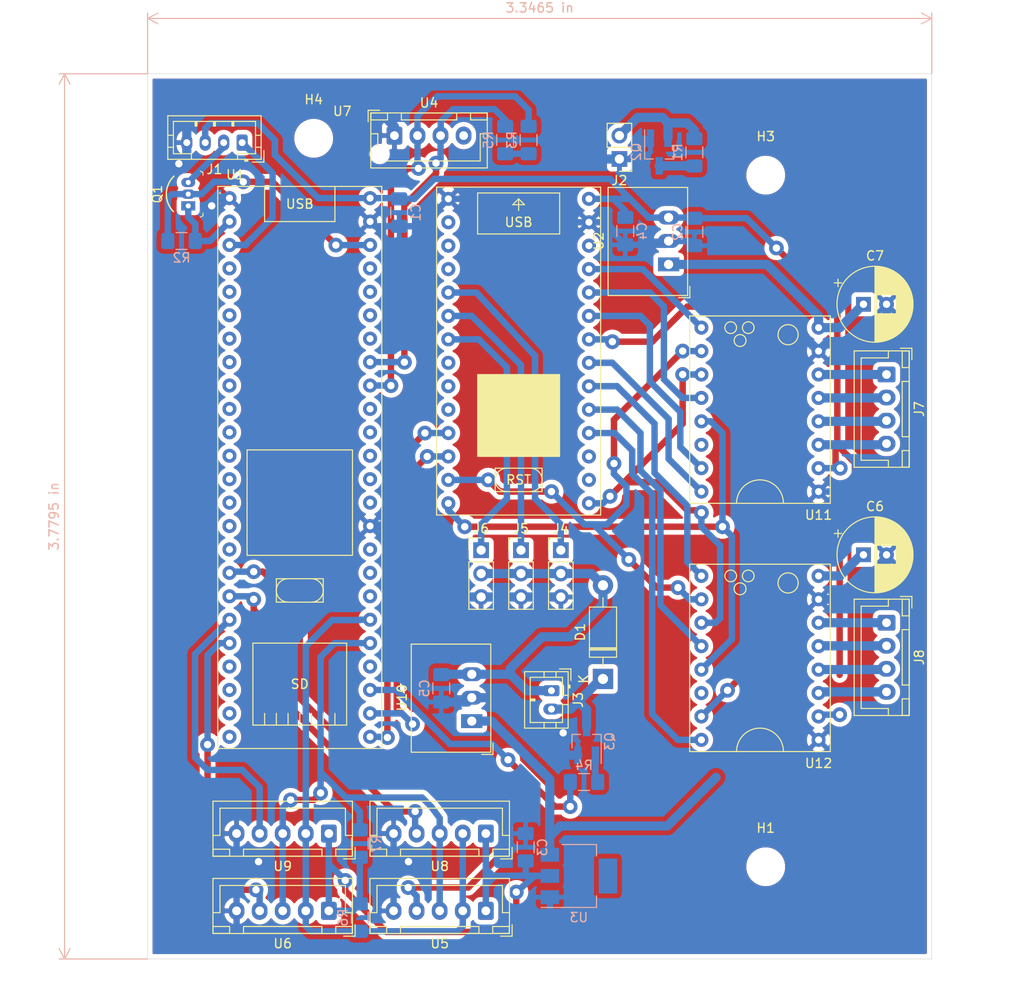
<source format=kicad_pcb>
(kicad_pcb (version 20171130) (host pcbnew 5.1.5-52549c5~84~ubuntu19.04.1)
  (layers (0 F.Cu signal) (31 B.Cu signal) (34 B.Paste user) (35 F.Paste user) (36 B.SilkS user) (37 F.SilkS user) (38 B.Mask user) (39 F.Mask user) (44 Edge.Cuts user))
  (net 0 "")
  (net 1 +5V)
  (net 2 GND)
  (net 3 +3V3)
  (net 4 +5VP)
  (net 5 +24V)
  (net 6 "Net-(D1-Pad1)")
  (net 7 /RX_LIDAR_5V)
  (net 8 /TX_LIDAR)
  (net 9 "Net-(J2-Pad2)")
  (net 10 /Servo1)
  (net 11 /Servo2)
  (net 12 /Servo3)
  (net 13 "Net-(J7-Pad4)")
  (net 14 "Net-(J7-Pad3)")
  (net 15 "Net-(J7-Pad2)")
  (net 16 "Net-(J7-Pad1)")
  (net 17 "Net-(J8-Pad4)")
  (net 18 "Net-(J8-Pad3)")
  (net 19 "Net-(J8-Pad2)")
  (net 20 "Net-(J8-Pad1)")
  (net 21 /RX_LIDAR_3V3)
  (net 22 /3.3V_T36)
  (net 23 "Net-(Q3-Pad1)")
  (net 24 /SDA0)
  (net 25 /PWM_LIDAR)
  (net 26 /SCL0)
  (net 27 /SDA1_strat)
  (net 28 /SCL1_strat)
  (net 29 "Net-(U1-Pad45)")
  (net 30 "Net-(U1-Pad44)")
  (net 31 "Net-(U1-Pad43)")
  (net 32 "Net-(U1-Pad42)")
  (net 33 "Net-(U1-Pad39)")
  (net 34 "Net-(U1-Pad38)")
  (net 35 "Net-(U1-Pad37)")
  (net 36 "Net-(U1-Pad36)")
  (net 37 "Net-(U1-Pad35)")
  (net 38 "Net-(U1-Pad33)")
  (net 39 "Net-(U1-Pad32)")
  (net 40 "Net-(U1-Pad31)")
  (net 41 "Net-(U1-Pad28)")
  (net 42 /RX_Strat)
  (net 43 /RX_MOVNT)
  (net 44 "Net-(U1-Pad24)")
  (net 45 "Net-(U1-Pad23)")
  (net 46 "Net-(U1-Pad22)")
  (net 47 "Net-(U1-Pad21)")
  (net 48 /XSHUTd)
  (net 49 /XSHUTc)
  (net 50 /XSHUTb)
  (net 51 /XSHUTa)
  (net 52 "Net-(U1-Pad16)")
  (net 53 "Net-(U1-Pad15)")
  (net 54 "Net-(U1-Pad14)")
  (net 55 "Net-(U1-Pad13)")
  (net 56 "Net-(U1-Pad12)")
  (net 57 "Net-(U1-Pad11)")
  (net 58 "Net-(U1-Pad10)")
  (net 59 "Net-(U1-Pad9)")
  (net 60 "Net-(U1-Pad8)")
  (net 61 "Net-(U1-Pad7)")
  (net 62 "Net-(U1-Pad6)")
  (net 63 "Net-(U1-Pad5)")
  (net 64 "Net-(U7-Pad26)")
  (net 65 /DIR_TMC2)
  (net 66 /STEP_TMC2)
  (net 67 /CS_TMC2)
  (net 68 /EN_TMC2)
  (net 69 /DIR_TMC1)
  (net 70 /STEP_TMC1)
  (net 71 /CS_TMC1)
  (net 72 /EN_TMC1)
  (net 73 "Net-(U7-Pad17)")
  (net 74 "Net-(U7-Pad16)")
  (net 75 /SCK_mvnt)
  (net 76 /MISO_mvnt)
  (net 77 /MOSI_mvnt)
  (net 78 "Net-(U7-Pad10)")
  (net 79 "Net-(U7-Pad9)")
  (net 80 "Net-(U7-Pad8)")
  (net 81 "Net-(U7-Pad4)")
  (net 82 "Net-(U7-Pad3)")
  (net 83 "Net-(U7-Pad2)")
  (net 84 "Net-(U11-Pad14)")
  (net 85 "Net-(U12-Pad14)")
  (net 86 "Net-(U1-Pad4)")
  (module Converter_DCDC:Converter_DCDC_RECOM_R-78E-0.5_THT (layer F.Cu) (at 109.474 74.676 90)
    (fp_text reference U2 (at 2.54 -7.56 90) (layer F.SilkS))
    (fp_text value R-78C5.0-1.0)
    (pad 3 thru_hole oval (at 5.08 0 90) (size 1.5 2.3) (drill 1) (layers *.Cu *.Mask) (net 1 +5V))
    (pad 2 thru_hole oval (at 2.54 0 90) (size 1.5 2.3) (drill 1) (layers *.Cu *.Mask) (net 2 GND))
    (pad 1 thru_hole rect (at 0 0 90) (size 1.5 2.3) (drill 1) (layers *.Cu *.Mask) (net 5 +24V))
  )
  (module Resistor_SMD:R_1206_3216Metric_Pad1.42x1.75mm_HandSolder (layer B.Cu) (at 94.2975 61.187 270)
    (fp_text reference R3 (at 0 1.82 90) (layer B.SilkS) (effects (justify mirror)))
    (fp_text value R)
    (pad 2 smd roundrect (at 1.4875 0 270) (size 1.425 1.75) (layers B.Cu B.Paste B.Mask) (roundrect_rratio 0.175439) (net 3 +3V3))
    (pad 1 smd roundrect (at -1.4875 0 270) (size 1.425 1.75) (layers B.Cu B.Paste B.Mask) (roundrect_rratio 0.175439) (net 24 /SDA0))
  )
  (module Resistor_SMD:R_1206_3216Metric_Pad1.42x1.75mm_HandSolder (layer B.Cu) (at 91.7575 61.187 270)
    (fp_text reference R5 (at 0 1.82 90) (layer B.SilkS) (effects (justify mirror)))
    (fp_text value R)
    (pad 2 smd roundrect (at 1.4875 0 270) (size 1.425 1.75) (layers B.Cu B.Paste B.Mask) (roundrect_rratio 0.175439) (net 3 +3V3))
    (pad 1 smd roundrect (at -1.4875 0 270) (size 1.425 1.75) (layers B.Cu B.Paste B.Mask) (roundrect_rratio 0.175439) (net 26 /SCL0))
  )
  (module MountingHole:MountingHole_3.2mm_M3 (layer F.Cu) (at 71 61)
    (fp_text reference H4 (at 0 -4.2) (layer F.SilkS))
    (fp_text value MountingHole)
    (pad 1 np_thru_hole circle (at 0 0) (size 3.2 3.2) (drill 3.2) (layers *.Cu *.Mask))
  )
  (module MountingHole:MountingHole_3.2mm_M3 (layer F.Cu) (at 120 65)
    (fp_text reference H3 (at 0 -4.2) (layer F.SilkS))
    (fp_text value MountingHole)
    (pad 1 np_thru_hole circle (at 0 0) (size 3.2 3.2) (drill 3.2) (layers *.Cu *.Mask))
  )
  (module MountingHole:MountingHole_3.2mm_M3 (layer F.Cu) (at 120 140)
    (fp_text reference H1 (at 0 -4.2) (layer F.SilkS))
    (fp_text value MountingHole)
    (pad 1 np_thru_hole circle (at 0 0) (size 3.2 3.2) (drill 3.2) (layers *.Cu *.Mask))
  )
  (module CFR2020_A:Teensy3.6_RTS (layer F.Cu) (at 61.8744 67.4878)
    (fp_text reference U1 (at 0.635 -2.54) (layer F.SilkS))
    (fp_text value TEENSY3.6)
    (fp_text user SD (at 7.62 52.705) (layer F.SilkS))
    (fp_text user USB (at 7.62 0.635) (layer F.SilkS))
    (pad 48 thru_hole circle (at 15.24 0) (size 1.524 1.524) (drill 0.762) (layers *.Cu *.Mask) (net 1 +5V))
    (pad 47 thru_hole circle (at 15.24 2.54) (size 1.524 1.524) (drill 0.762) (layers *.Cu *.Mask) (net 2 GND))
    (pad 46 thru_hole circle (at 15.24 5.08) (size 1.524 1.524) (drill 0.762) (layers *.Cu *.Mask) (net 22 /3.3V_T36))
    (pad 45 thru_hole circle (at 15.24 7.62) (size 1.524 1.524) (drill 0.762) (layers *.Cu *.Mask) (net 29 "Net-(U1-Pad45)"))
    (pad 44 thru_hole circle (at 15.24 10.16) (size 1.524 1.524) (drill 0.762) (layers *.Cu *.Mask) (net 30 "Net-(U1-Pad44)"))
    (pad 43 thru_hole circle (at 15.24 12.7) (size 1.524 1.524) (drill 0.762) (layers *.Cu *.Mask) (net 31 "Net-(U1-Pad43)"))
    (pad 42 thru_hole circle (at 15.24 15.24) (size 1.524 1.524) (drill 0.762) (layers *.Cu *.Mask) (net 32 "Net-(U1-Pad42)"))
    (pad 41 thru_hole circle (at 15.24 17.78) (size 1.524 1.524) (drill 0.762) (layers *.Cu *.Mask) (net 26 /SCL0))
    (pad 40 thru_hole circle (at 15.24 20.32) (size 1.524 1.524) (drill 0.762) (layers *.Cu *.Mask) (net 24 /SDA0))
    (pad 39 thru_hole circle (at 15.24 22.86) (size 1.524 1.524) (drill 0.762) (layers *.Cu *.Mask) (net 33 "Net-(U1-Pad39)"))
    (pad 38 thru_hole circle (at 15.24 25.4) (size 1.524 1.524) (drill 0.762) (layers *.Cu *.Mask) (net 34 "Net-(U1-Pad38)"))
    (pad 37 thru_hole circle (at 15.24 27.94) (size 1.524 1.524) (drill 0.762) (layers *.Cu *.Mask) (net 35 "Net-(U1-Pad37)"))
    (pad 36 thru_hole circle (at 15.24 30.48) (size 1.524 1.524) (drill 0.762) (layers *.Cu *.Mask) (net 36 "Net-(U1-Pad36)"))
    (pad 35 thru_hole circle (at 15.24 33.02) (size 1.524 1.524) (drill 0.762) (layers *.Cu *.Mask) (net 37 "Net-(U1-Pad35)"))
    (pad 34 thru_hole circle (at 15.24 35.56) (size 1.524 1.524) (drill 0.762) (layers *.Cu *.Mask) (net 2 GND))
    (pad 33 thru_hole circle (at 15.24 38.1) (size 1.524 1.524) (drill 0.762) (layers *.Cu *.Mask) (net 38 "Net-(U1-Pad33)"))
    (pad 32 thru_hole circle (at 15.24 40.64) (size 1.524 1.524) (drill 0.762) (layers *.Cu *.Mask) (net 39 "Net-(U1-Pad32)"))
    (pad 31 thru_hole circle (at 15.24 43.18) (size 1.524 1.524) (drill 0.762) (layers *.Cu *.Mask) (net 40 "Net-(U1-Pad31)"))
    (pad 30 thru_hole circle (at 15.24 45.72) (size 1.524 1.524) (drill 0.762) (layers *.Cu *.Mask) (net 27 /SDA1_strat))
    (pad 29 thru_hole circle (at 15.24 48.26) (size 1.524 1.524) (drill 0.762) (layers *.Cu *.Mask) (net 28 /SCL1_strat))
    (pad 28 thru_hole circle (at 15.24 50.8) (size 1.524 1.524) (drill 0.762) (layers *.Cu *.Mask) (net 41 "Net-(U1-Pad28)"))
    (pad 27 thru_hole circle (at 15.24 53.34) (size 1.524 1.524) (drill 0.762) (layers *.Cu *.Mask) (net 25 /PWM_LIDAR))
    (pad 26 thru_hole circle (at 15.24 55.88) (size 1.524 1.524) (drill 0.762) (layers *.Cu *.Mask) (net 42 /RX_Strat))
    (pad 25 thru_hole circle (at 15.24 58.42) (size 1.524 1.524) (drill 0.762) (layers *.Cu *.Mask) (net 43 /RX_MOVNT))
    (pad 24 thru_hole circle (at 0 58.42) (size 1.524 1.524) (drill 0.762) (layers *.Cu *.Mask) (net 44 "Net-(U1-Pad24)"))
    (pad 23 thru_hole circle (at 0 55.88) (size 1.524 1.524) (drill 0.762) (layers *.Cu *.Mask) (net 45 "Net-(U1-Pad23)"))
    (pad 22 thru_hole circle (at 0 53.34) (size 1.524 1.524) (drill 0.762) (layers *.Cu *.Mask) (net 46 "Net-(U1-Pad22)"))
    (pad 21 thru_hole circle (at 0 50.8) (size 1.524 1.524) (drill 0.762) (layers *.Cu *.Mask) (net 47 "Net-(U1-Pad21)"))
    (pad 20 thru_hole circle (at 0 48.26) (size 1.524 1.524) (drill 0.762) (layers *.Cu *.Mask) (net 48 /XSHUTd))
    (pad 19 thru_hole circle (at 0 45.72) (size 1.524 1.524) (drill 0.762) (layers *.Cu *.Mask) (net 49 /XSHUTc))
    (pad 18 thru_hole circle (at 0 43.18) (size 1.524 1.524) (drill 0.762) (layers *.Cu *.Mask) (net 50 /XSHUTb))
    (pad 17 thru_hole circle (at 0 40.64) (size 1.524 1.524) (drill 0.762) (layers *.Cu *.Mask) (net 51 /XSHUTa))
    (pad 16 thru_hole circle (at 0 38.1) (size 1.524 1.524) (drill 0.762) (layers *.Cu *.Mask) (net 52 "Net-(U1-Pad16)"))
    (pad 15 thru_hole circle (at 0 35.56) (size 1.524 1.524) (drill 0.762) (layers *.Cu *.Mask) (net 53 "Net-(U1-Pad15)"))
    (pad 14 thru_hole circle (at 0 33.02) (size 1.524 1.524) (drill 0.762) (layers *.Cu *.Mask) (net 54 "Net-(U1-Pad14)"))
    (pad 13 thru_hole circle (at 0 30.48) (size 1.524 1.524) (drill 0.762) (layers *.Cu *.Mask) (net 55 "Net-(U1-Pad13)"))
    (pad 12 thru_hole circle (at 0 27.94) (size 1.524 1.524) (drill 0.762) (layers *.Cu *.Mask) (net 56 "Net-(U1-Pad12)"))
    (pad 11 thru_hole circle (at 0 25.4) (size 1.524 1.524) (drill 0.762) (layers *.Cu *.Mask) (net 57 "Net-(U1-Pad11)"))
    (pad 10 thru_hole circle (at 0 22.86) (size 1.524 1.524) (drill 0.762) (layers *.Cu *.Mask) (net 58 "Net-(U1-Pad10)"))
    (pad 9 thru_hole circle (at 0 20.32) (size 1.524 1.524) (drill 0.762) (layers *.Cu *.Mask) (net 59 "Net-(U1-Pad9)"))
    (pad 8 thru_hole circle (at 0 17.78) (size 1.524 1.524) (drill 0.762) (layers *.Cu *.Mask) (net 60 "Net-(U1-Pad8)"))
    (pad 7 thru_hole circle (at 0 15.24) (size 1.524 1.524) (drill 0.762) (layers *.Cu *.Mask) (net 61 "Net-(U1-Pad7)"))
    (pad 6 thru_hole circle (at 0 12.7) (size 1.524 1.524) (drill 0.762) (layers *.Cu *.Mask) (net 62 "Net-(U1-Pad6)"))
    (pad 5 thru_hole circle (at 0 10.16) (size 1.524 1.524) (drill 0.762) (layers *.Cu *.Mask) (net 63 "Net-(U1-Pad5)"))
    (pad 4 thru_hole circle (at 0 7.62) (size 1.524 1.524) (drill 0.762) (layers *.Cu *.Mask) (net 86 "Net-(U1-Pad4)"))
    (pad 3 thru_hole circle (at 0 5.08) (size 1.524 1.524) (drill 0.762) (layers *.Cu *.Mask) (net 8 /TX_LIDAR))
    (pad 2 thru_hole circle (at 0 2.54) (size 1.524 1.524) (drill 0.762) (layers *.Cu *.Mask) (net 21 /RX_LIDAR_3V3))
    (pad 1 thru_hole circle (at 0 0) (size 1.524 1.524) (drill 0.762) (layers *.Cu *.Mask) (net 2 GND))
  )
  (module RTS:TEENSY3.2_RTS (layer F.Cu) (at 85.598 67.564)
    (fp_text reference U7 (at -11.5 -9.5) (layer F.SilkS))
    (fp_text value TEENSY3.2)
    (fp_text user RST (at 7.62 30.48) (layer F.SilkS))
    (fp_text user USB (at 7.62 2.54) (layer F.SilkS))
    (pad 28 thru_hole circle (at 15.24 0) (size 1.524 1.524) (drill 0.762) (layers *.Cu *.Mask) (net 1 +5V))
    (pad 27 thru_hole circle (at 15.24 2.54) (size 1.524 1.524) (drill 0.762) (layers *.Cu *.Mask) (net 2 GND))
    (pad 26 thru_hole circle (at 15.24 5.08) (size 1.524 1.524) (drill 0.762) (layers *.Cu *.Mask) (net 64 "Net-(U7-Pad26)"))
    (pad 25 thru_hole circle (at 15.24 7.62) (size 1.524 1.524) (drill 0.762) (layers *.Cu *.Mask) (net 68 /EN_TMC2))
    (pad 24 thru_hole circle (at 15.24 10.16) (size 1.524 1.524) (drill 0.762) (layers *.Cu *.Mask) (net 67 /CS_TMC2))
    (pad 23 thru_hole circle (at 15.24 12.7) (size 1.524 1.524) (drill 0.762) (layers *.Cu *.Mask) (net 66 /STEP_TMC2))
    (pad 22 thru_hole circle (at 15.24 15.24) (size 1.524 1.524) (drill 0.762) (layers *.Cu *.Mask) (net 70 /STEP_TMC1))
    (pad 21 thru_hole circle (at 15.24 17.78) (size 1.524 1.524) (drill 0.762) (layers *.Cu *.Mask) (net 65 /DIR_TMC2))
    (pad 20 thru_hole circle (at 15.24 20.32) (size 1.524 1.524) (drill 0.762) (layers *.Cu *.Mask) (net 72 /EN_TMC1))
    (pad 19 thru_hole circle (at 15.24 22.86) (size 1.524 1.524) (drill 0.762) (layers *.Cu *.Mask) (net 71 /CS_TMC1))
    (pad 18 thru_hole circle (at 15.24 25.4) (size 1.524 1.524) (drill 0.762) (layers *.Cu *.Mask) (net 69 /DIR_TMC1))
    (pad 17 thru_hole circle (at 15.24 27.94) (size 1.524 1.524) (drill 0.762) (layers *.Cu *.Mask) (net 73 "Net-(U7-Pad17)"))
    (pad 16 thru_hole circle (at 15.24 30.48) (size 1.524 1.524) (drill 0.762) (layers *.Cu *.Mask) (net 74 "Net-(U7-Pad16)"))
    (pad 15 thru_hole circle (at 15.24 33.02) (size 1.524 1.524) (drill 0.762) (layers *.Cu *.Mask) (net 75 /SCK_mvnt))
    (pad 14 thru_hole circle (at 0 33.02) (size 1.524 1.524) (drill 0.762) (layers *.Cu *.Mask) (net 76 /MISO_mvnt))
    (pad 13 thru_hole circle (at 0 30.48) (size 1.524 1.524) (drill 0.762) (layers *.Cu *.Mask) (net 77 /MOSI_mvnt))
    (pad 12 thru_hole circle (at 0 27.94) (size 1.524 1.524) (drill 0.762) (layers *.Cu *.Mask) (net 42 /RX_Strat))
    (pad 11 thru_hole circle (at 0 25.4) (size 1.524 1.524) (drill 0.762) (layers *.Cu *.Mask) (net 43 /RX_MOVNT))
    (pad 10 thru_hole circle (at 0 22.86) (size 1.524 1.524) (drill 0.762) (layers *.Cu *.Mask) (net 78 "Net-(U7-Pad10)"))
    (pad 9 thru_hole circle (at 0 20.32) (size 1.524 1.524) (drill 0.762) (layers *.Cu *.Mask) (net 79 "Net-(U7-Pad9)"))
    (pad 8 thru_hole circle (at 0 17.78) (size 1.524 1.524) (drill 0.762) (layers *.Cu *.Mask) (net 80 "Net-(U7-Pad8)"))
    (pad 7 thru_hole circle (at 0 15.24) (size 1.524 1.524) (drill 0.762) (layers *.Cu *.Mask) (net 12 /Servo3))
    (pad 6 thru_hole circle (at 0 12.7) (size 1.524 1.524) (drill 0.762) (layers *.Cu *.Mask) (net 11 /Servo2))
    (pad 5 thru_hole circle (at 0 10.16) (size 1.524 1.524) (drill 0.762) (layers *.Cu *.Mask) (net 10 /Servo1))
    (pad 4 thru_hole circle (at 0 7.62) (size 1.524 1.524) (drill 0.762) (layers *.Cu *.Mask) (net 81 "Net-(U7-Pad4)"))
    (pad 3 thru_hole circle (at 0 5.08) (size 1.524 1.524) (drill 0.762) (layers *.Cu *.Mask) (net 82 "Net-(U7-Pad3)"))
    (pad 2 thru_hole circle (at 0 2.54) (size 1.524 1.524) (drill 0.762) (layers *.Cu *.Mask) (net 83 "Net-(U7-Pad2)"))
    (pad 1 thru_hole circle (at 0 0) (size 1.524 1.524) (drill 0.762) (layers *.Cu *.Mask) (net 2 GND))
  )
  (module CFR2020_A:SOT-23_DGS_Handsoldering (layer B.Cu) (at 100.584 126.4045 90)
    (fp_text reference Q3 (at 0 2.5 90) (layer B.SilkS) (effects (justify mirror)))
    (fp_text value PMBT2222A_215)
    (pad 3 smd rect (at 1.5 0 90) (size 1.9 0.8) (layers B.Cu B.Paste B.Mask) (net 6 "Net-(D1-Pad1)"))
    (pad 2 smd rect (at -1.5 -0.95 90) (size 1.9 0.8) (layers B.Cu B.Paste B.Mask) (net 2 GND))
    (pad 1 smd rect (at -1.5 0.95 90) (size 1.9 0.8) (layers B.Cu B.Paste B.Mask) (net 23 "Net-(Q3-Pad1)"))
  )
  (module CFR2020_A:TMC2130_breakout (layer F.Cu) (at 125.73 126.238 180)
    (fp_text reference U12 (at 0 -2.54) (layer F.SilkS))
    (fp_text value TMC2130)
    (pad 16 thru_hole circle (at 12.7 0 180) (size 1.524 1.524) (drill 0.762) (layers *.Cu *.Mask) (net 69 /DIR_TMC1))
    (pad 15 thru_hole circle (at 12.7 2.54 180) (size 1.524 1.524) (drill 0.762) (layers *.Cu *.Mask) (net 70 /STEP_TMC1))
    (pad 14 thru_hole circle (at 12.7 5.08 180) (size 1.524 1.524) (drill 0.762) (layers *.Cu *.Mask) (net 85 "Net-(U12-Pad14)"))
    (pad 13 thru_hole circle (at 12.7 7.62 180) (size 1.524 1.524) (drill 0.762) (layers *.Cu *.Mask) (net 76 /MISO_mvnt))
    (pad 12 thru_hole circle (at 12.7 10.16 180) (size 1.524 1.524) (drill 0.762) (layers *.Cu *.Mask) (net 71 /CS_TMC1))
    (pad 11 thru_hole circle (at 12.7 12.7 180) (size 1.524 1.524) (drill 0.762) (layers *.Cu *.Mask) (net 75 /SCK_mvnt))
    (pad 10 thru_hole circle (at 12.7 15.24 180) (size 1.524 1.524) (drill 0.762) (layers *.Cu *.Mask) (net 77 /MOSI_mvnt))
    (pad 9 thru_hole circle (at 12.7 17.78 180) (size 1.524 1.524) (drill 0.762) (layers *.Cu *.Mask) (net 72 /EN_TMC1))
    (pad 8 thru_hole circle (at 0 17.78 180) (size 1.524 1.524) (drill 0.762) (layers *.Cu *.Mask) (net 5 +24V))
    (pad 7 thru_hole circle (at 0 15.24 180) (size 1.524 1.524) (drill 0.762) (layers *.Cu *.Mask) (net 2 GND))
    (pad 6 thru_hole circle (at 0 12.7 180) (size 1.524 1.524) (drill 0.762) (layers *.Cu *.Mask) (net 20 "Net-(J8-Pad1)"))
    (pad 5 thru_hole circle (at 0 10.16 180) (size 1.524 1.524) (drill 0.762) (layers *.Cu *.Mask) (net 19 "Net-(J8-Pad2)"))
    (pad 4 thru_hole circle (at 0 7.62 180) (size 1.524 1.524) (drill 0.762) (layers *.Cu *.Mask) (net 18 "Net-(J8-Pad3)"))
    (pad 3 thru_hole circle (at 0 5.08 180) (size 1.524 1.524) (drill 0.762) (layers *.Cu *.Mask) (net 17 "Net-(J8-Pad4)"))
    (pad 2 thru_hole circle (at 0 2.54 180) (size 1.524 1.524) (drill 0.762) (layers *.Cu *.Mask) (net 1 +5V))
    (pad 1 thru_hole circle (at 0 0 180) (size 1.524 1.524) (drill 0.762) (layers *.Cu *.Mask) (net 2 GND))
  )
  (module CFR2020_A:TMC2130_breakout (layer F.Cu) (at 125.73 99.314 180)
    (fp_text reference U11 (at 0 -2.54) (layer F.SilkS))
    (fp_text value TMC2130)
    (pad 16 thru_hole circle (at 12.7 0 180) (size 1.524 1.524) (drill 0.762) (layers *.Cu *.Mask) (net 65 /DIR_TMC2))
    (pad 15 thru_hole circle (at 12.7 2.54 180) (size 1.524 1.524) (drill 0.762) (layers *.Cu *.Mask) (net 66 /STEP_TMC2))
    (pad 14 thru_hole circle (at 12.7 5.08 180) (size 1.524 1.524) (drill 0.762) (layers *.Cu *.Mask) (net 84 "Net-(U11-Pad14)"))
    (pad 13 thru_hole circle (at 12.7 7.62 180) (size 1.524 1.524) (drill 0.762) (layers *.Cu *.Mask) (net 76 /MISO_mvnt))
    (pad 12 thru_hole circle (at 12.7 10.16 180) (size 1.524 1.524) (drill 0.762) (layers *.Cu *.Mask) (net 67 /CS_TMC2))
    (pad 11 thru_hole circle (at 12.7 12.7 180) (size 1.524 1.524) (drill 0.762) (layers *.Cu *.Mask) (net 75 /SCK_mvnt))
    (pad 10 thru_hole circle (at 12.7 15.24 180) (size 1.524 1.524) (drill 0.762) (layers *.Cu *.Mask) (net 77 /MOSI_mvnt))
    (pad 9 thru_hole circle (at 12.7 17.78 180) (size 1.524 1.524) (drill 0.762) (layers *.Cu *.Mask) (net 68 /EN_TMC2))
    (pad 8 thru_hole circle (at 0 17.78 180) (size 1.524 1.524) (drill 0.762) (layers *.Cu *.Mask) (net 5 +24V))
    (pad 7 thru_hole circle (at 0 15.24 180) (size 1.524 1.524) (drill 0.762) (layers *.Cu *.Mask) (net 2 GND))
    (pad 6 thru_hole circle (at 0 12.7 180) (size 1.524 1.524) (drill 0.762) (layers *.Cu *.Mask) (net 16 "Net-(J7-Pad1)"))
    (pad 5 thru_hole circle (at 0 10.16 180) (size 1.524 1.524) (drill 0.762) (layers *.Cu *.Mask) (net 15 "Net-(J7-Pad2)"))
    (pad 4 thru_hole circle (at 0 7.62 180) (size 1.524 1.524) (drill 0.762) (layers *.Cu *.Mask) (net 14 "Net-(J7-Pad3)"))
    (pad 3 thru_hole circle (at 0 5.08 180) (size 1.524 1.524) (drill 0.762) (layers *.Cu *.Mask) (net 13 "Net-(J7-Pad4)"))
    (pad 2 thru_hole circle (at 0 2.54 180) (size 1.524 1.524) (drill 0.762) (layers *.Cu *.Mask) (net 1 +5V))
    (pad 1 thru_hole circle (at 0 0 180) (size 1.524 1.524) (drill 0.762) (layers *.Cu *.Mask) (net 2 GND))
  )
  (module Converter_DCDC:Converter_DCDC_RECOM_R-78E-0.5_THT (layer F.Cu) (at 88.138 124.206 90)
    (fp_text reference U10 (at 2.54 -7.56 90) (layer F.SilkS))
    (fp_text value R-78C5.0-1.0)
    (pad 3 thru_hole oval (at 5.08 0 90) (size 1.5 2.3) (drill 1) (layers *.Cu *.Mask) (net 4 +5VP))
    (pad 2 thru_hole oval (at 2.54 0 90) (size 1.5 2.3) (drill 1) (layers *.Cu *.Mask) (net 2 GND))
    (pad 1 thru_hole rect (at 0 0 90) (size 1.5 2.3) (drill 1) (layers *.Cu *.Mask) (net 5 +24V))
  )
  (module Connector_JST:JST_XH_B5B-XH-A_1x05_P2.50mm_Vertical (layer F.Cu) (at 72.644 136.398 180)
    (fp_text reference U9 (at 5 -3.55) (layer F.SilkS))
    (fp_text value VL52L0X_simple)
    (pad 5 thru_hole oval (at 10 0 180) (size 1.7 1.95) (drill 0.95) (layers *.Cu *.Mask) (net 2 GND))
    (pad 4 thru_hole oval (at 7.5 0 180) (size 1.7 1.95) (drill 0.95) (layers *.Cu *.Mask) (net 49 /XSHUTc))
    (pad 3 thru_hole oval (at 5 0 180) (size 1.7 1.95) (drill 0.95) (layers *.Cu *.Mask) (net 28 /SCL1_strat))
    (pad 2 thru_hole oval (at 2.5 0 180) (size 1.7 1.95) (drill 0.95) (layers *.Cu *.Mask) (net 27 /SDA1_strat))
    (pad 1 thru_hole roundrect (at 0 0 180) (size 1.7 1.95) (drill 0.95) (layers *.Cu *.Mask) (roundrect_rratio 0.147059) (net 3 +3V3))
  )
  (module Connector_JST:JST_XH_B5B-XH-A_1x05_P2.50mm_Vertical (layer F.Cu) (at 89.662 136.398 180)
    (fp_text reference U8 (at 5 -3.55) (layer F.SilkS))
    (fp_text value VL52L0X_simple)
    (pad 5 thru_hole oval (at 10 0 180) (size 1.7 1.95) (drill 0.95) (layers *.Cu *.Mask) (net 2 GND))
    (pad 4 thru_hole oval (at 7.5 0 180) (size 1.7 1.95) (drill 0.95) (layers *.Cu *.Mask) (net 50 /XSHUTb))
    (pad 3 thru_hole oval (at 5 0 180) (size 1.7 1.95) (drill 0.95) (layers *.Cu *.Mask) (net 28 /SCL1_strat))
    (pad 2 thru_hole oval (at 2.5 0 180) (size 1.7 1.95) (drill 0.95) (layers *.Cu *.Mask) (net 27 /SDA1_strat))
    (pad 1 thru_hole roundrect (at 0 0 180) (size 1.7 1.95) (drill 0.95) (layers *.Cu *.Mask) (roundrect_rratio 0.147059) (net 3 +3V3))
  )
  (module Connector_JST:JST_XH_B5B-XH-A_1x05_P2.50mm_Vertical (layer F.Cu) (at 72.644 144.78 180)
    (fp_text reference U6 (at 5 -3.55) (layer F.SilkS))
    (fp_text value VL52L0X_simple)
    (pad 5 thru_hole oval (at 10 0 180) (size 1.7 1.95) (drill 0.95) (layers *.Cu *.Mask) (net 2 GND))
    (pad 4 thru_hole oval (at 7.5 0 180) (size 1.7 1.95) (drill 0.95) (layers *.Cu *.Mask) (net 48 /XSHUTd))
    (pad 3 thru_hole oval (at 5 0 180) (size 1.7 1.95) (drill 0.95) (layers *.Cu *.Mask) (net 28 /SCL1_strat))
    (pad 2 thru_hole oval (at 2.5 0 180) (size 1.7 1.95) (drill 0.95) (layers *.Cu *.Mask) (net 27 /SDA1_strat))
    (pad 1 thru_hole roundrect (at 0 0 180) (size 1.7 1.95) (drill 0.95) (layers *.Cu *.Mask) (roundrect_rratio 0.147059) (net 3 +3V3))
  )
  (module Connector_JST:JST_XH_B5B-XH-A_1x05_P2.50mm_Vertical (layer F.Cu) (at 89.662 144.78 180)
    (fp_text reference U5 (at 5 -3.55) (layer F.SilkS))
    (fp_text value VL52L0X_simple)
    (pad 5 thru_hole oval (at 10 0 180) (size 1.7 1.95) (drill 0.95) (layers *.Cu *.Mask) (net 2 GND))
    (pad 4 thru_hole oval (at 7.5 0 180) (size 1.7 1.95) (drill 0.95) (layers *.Cu *.Mask) (net 51 /XSHUTa))
    (pad 3 thru_hole oval (at 5 0 180) (size 1.7 1.95) (drill 0.95) (layers *.Cu *.Mask) (net 28 /SCL1_strat))
    (pad 2 thru_hole oval (at 2.5 0 180) (size 1.7 1.95) (drill 0.95) (layers *.Cu *.Mask) (net 27 /SDA1_strat))
    (pad 1 thru_hole roundrect (at 0 0 180) (size 1.7 1.95) (drill 0.95) (layers *.Cu *.Mask) (roundrect_rratio 0.147059) (net 3 +3V3))
  )
  (module Connector_JST:JST_XH_B4B-XH-AM_1x04_P2.50mm_Vertical (layer F.Cu) (at 79.756 60.706)
    (fp_text reference U4 (at 3.75 -3.55) (layer F.SilkS))
    (fp_text value I2C_Conn)
    (pad "" np_thru_hole circle (at -1.6 2) (size 1.2 1.2) (drill 1.2) (layers *.Cu *.Mask))
    (pad 4 thru_hole oval (at 7.5 0) (size 1.7 1.95) (drill 0.95) (layers *.Cu *.Mask))
    (pad 3 thru_hole oval (at 5 0) (size 1.7 1.95) (drill 0.95) (layers *.Cu *.Mask) (net 26 /SCL0))
    (pad 2 thru_hole oval (at 2.5 0) (size 1.7 1.95) (drill 0.95) (layers *.Cu *.Mask) (net 24 /SDA0))
    (pad 1 thru_hole roundrect (at 0 0) (size 1.7 1.95) (drill 0.95) (layers *.Cu *.Mask) (roundrect_rratio 0.147059) (net 2 GND))
  )
  (module Package_TO_SOT_SMD:SOT-223-3_TabPin2 (layer B.Cu) (at 99.75 141)
    (fp_text reference U3 (at 0 4.5) (layer B.SilkS) (effects (justify mirror)))
    (fp_text value AMS1117-3.3)
    (pad 1 smd rect (at -3.15 2.3) (size 2 1.5) (layers B.Cu B.Paste B.Mask) (net 2 GND))
    (pad 3 smd rect (at -3.15 -2.3) (size 2 1.5) (layers B.Cu B.Paste B.Mask) (net 5 +24V))
    (pad 2 smd rect (at -3.15 0) (size 2 1.5) (layers B.Cu B.Paste B.Mask) (net 3 +3V3))
    (pad 2 smd rect (at 3.15 0) (size 2 3.8) (layers B.Cu B.Paste B.Mask) (net 3 +3V3))
  )
  (module Resistor_SMD:R_1206_3216Metric_Pad1.42x1.75mm_HandSolder (layer B.Cu) (at 76 137.4875 90)
    (fp_text reference R7 (at 0 1.82 90) (layer B.SilkS) (effects (justify mirror)))
    (fp_text value R)
    (pad 2 smd roundrect (at 1.4875 0 90) (size 1.425 1.75) (layers B.Cu B.Paste B.Mask) (roundrect_rratio 0.175439) (net 28 /SCL1_strat))
    (pad 1 smd roundrect (at -1.4875 0 90) (size 1.425 1.75) (layers B.Cu B.Paste B.Mask) (roundrect_rratio 0.175439) (net 3 +3V3))
  )
  (module Resistor_SMD:R_1206_3216Metric_Pad1.42x1.75mm_HandSolder (layer B.Cu) (at 76 145.5125 270)
    (fp_text reference R6 (at 0 1.82 90) (layer B.SilkS) (effects (justify mirror)))
    (fp_text value R)
    (pad 2 smd roundrect (at 1.4875 0 270) (size 1.425 1.75) (layers B.Cu B.Paste B.Mask) (roundrect_rratio 0.175439) (net 27 /SDA1_strat))
    (pad 1 smd roundrect (at -1.4875 0 270) (size 1.425 1.75) (layers B.Cu B.Paste B.Mask) (roundrect_rratio 0.175439) (net 3 +3V3))
  )
  (module Resistor_SMD:R_1206_3216Metric_Pad1.42x1.75mm_HandSolder (layer B.Cu) (at 100.303 130.81 180)
    (fp_text reference R4 (at 0 1.82 180) (layer B.SilkS) (effects (justify mirror)))
    (fp_text value R)
    (pad 2 smd roundrect (at 1.4875 0 180) (size 1.425 1.75) (layers B.Cu B.Paste B.Mask) (roundrect_rratio 0.175439) (net 25 /PWM_LIDAR))
    (pad 1 smd roundrect (at -1.4875 0 180) (size 1.425 1.75) (layers B.Cu B.Paste B.Mask) (roundrect_rratio 0.175439) (net 23 "Net-(Q3-Pad1)"))
  )
  (module Resistor_SMD:R_1206_3216Metric_Pad1.42x1.75mm_HandSolder (layer B.Cu) (at 56.6785 72.136)
    (fp_text reference R2 (at 0 1.82) (layer B.SilkS) (effects (justify mirror)))
    (fp_text value 10kR_pullup_shifter)
    (pad 2 smd roundrect (at 1.4875 0) (size 1.425 1.75) (layers B.Cu B.Paste B.Mask) (roundrect_rratio 0.175439) (net 21 /RX_LIDAR_3V3))
    (pad 1 smd roundrect (at -1.4875 0) (size 1.425 1.75) (layers B.Cu B.Paste B.Mask) (roundrect_rratio 0.175439) (net 22 /3.3V_T36))
  )
  (module Resistor_SMD:R_1206_3216Metric_Pad1.42x1.75mm_HandSolder (layer B.Cu) (at 112.268 62.5205 270)
    (fp_text reference R1 (at 0 1.82 270) (layer B.SilkS) (effects (justify mirror)))
    (fp_text value 0R_Jumper)
    (pad 2 smd roundrect (at 1.4875 0 270) (size 1.425 1.75) (layers B.Cu B.Paste B.Mask) (roundrect_rratio 0.175439) (net 5 +24V))
    (pad 1 smd roundrect (at -1.4875 0 270) (size 1.425 1.75) (layers B.Cu B.Paste B.Mask) (roundrect_rratio 0.175439) (net 9 "Net-(J2-Pad2)"))
  )
  (module CFR2020_A:SOT-23_DGS_Handsoldering (layer B.Cu) (at 108.458 62.484 270)
    (fp_text reference Q2 (at 0 2.5 90) (layer B.SilkS) (effects (justify mirror)))
    (fp_text value Q_PMOS_DGS)
    (pad 1 smd rect (at 1.5 0 270) (size 1.9 0.8) (layers B.Cu B.Paste B.Mask) (net 5 +24V))
    (pad 3 smd rect (at -1.5 -0.95 270) (size 1.9 0.8) (layers B.Cu B.Paste B.Mask) (net 9 "Net-(J2-Pad2)"))
    (pad 2 smd rect (at -1.5 0.95 270) (size 1.9 0.8) (layers B.Cu B.Paste B.Mask) (net 2 GND))
  )
  (module digikey-footprints:TO-92-3 (layer F.Cu) (at 57.404 68.326 90)
    (fp_text reference Q1 (at 1.27 -3.35 90) (layer F.SilkS))
    (fp_text value 2N7000)
    (pad 1 thru_hole rect (at 0 0 270) (size 1 1.5) (drill 0.55) (layers *.Cu *.Mask) (net 21 /RX_LIDAR_3V3))
    (pad 3 thru_hole oval (at 2.54 0 270) (size 1 1.5) (drill 0.55) (layers *.Cu *.Mask) (net 7 /RX_LIDAR_5V))
    (pad 2 thru_hole oval (at 1.27 0 270) (size 1 1.5) (drill 0.55) (layers *.Cu *.Mask) (net 22 /3.3V_T36))
  )
  (module Connector_JST:JST_XH_B4B-XH-A_1x04_P2.50mm_Vertical (layer F.Cu) (at 133.096 113.538 270)
    (fp_text reference J8 (at 3.75 -3.55 90) (layer F.SilkS))
    (fp_text value Conn_01x04)
    (pad 4 thru_hole oval (at 7.5 0 270) (size 1.7 1.95) (drill 0.95) (layers *.Cu *.Mask) (net 17 "Net-(J8-Pad4)"))
    (pad 3 thru_hole oval (at 5 0 270) (size 1.7 1.95) (drill 0.95) (layers *.Cu *.Mask) (net 18 "Net-(J8-Pad3)"))
    (pad 2 thru_hole oval (at 2.5 0 270) (size 1.7 1.95) (drill 0.95) (layers *.Cu *.Mask) (net 19 "Net-(J8-Pad2)"))
    (pad 1 thru_hole roundrect (at 0 0 270) (size 1.7 1.95) (drill 0.95) (layers *.Cu *.Mask) (roundrect_rratio 0.147059) (net 20 "Net-(J8-Pad1)"))
  )
  (module Connector_JST:JST_XH_B4B-XH-A_1x04_P2.50mm_Vertical (layer F.Cu) (at 133.096 86.614 270)
    (fp_text reference J7 (at 3.75 -3.55 90) (layer F.SilkS))
    (fp_text value Conn_01x04)
    (pad 4 thru_hole oval (at 7.5 0 270) (size 1.7 1.95) (drill 0.95) (layers *.Cu *.Mask) (net 13 "Net-(J7-Pad4)"))
    (pad 3 thru_hole oval (at 5 0 270) (size 1.7 1.95) (drill 0.95) (layers *.Cu *.Mask) (net 14 "Net-(J7-Pad3)"))
    (pad 2 thru_hole oval (at 2.5 0 270) (size 1.7 1.95) (drill 0.95) (layers *.Cu *.Mask) (net 15 "Net-(J7-Pad2)"))
    (pad 1 thru_hole roundrect (at 0 0 270) (size 1.7 1.95) (drill 0.95) (layers *.Cu *.Mask) (roundrect_rratio 0.147059) (net 16 "Net-(J7-Pad1)"))
  )
  (module Connector_PinHeader_2.54mm:PinHeader_1x03_P2.54mm_Vertical (layer F.Cu) (at 89.154 105.664)
    (fp_text reference J6 (at 0 -2.33) (layer F.SilkS))
    (fp_text value Conn_01x03)
    (pad 3 thru_hole oval (at 0 5.08) (size 1.7 1.7) (drill 1) (layers *.Cu *.Mask) (net 2 GND))
    (pad 2 thru_hole oval (at 0 2.54) (size 1.7 1.7) (drill 1) (layers *.Cu *.Mask) (net 4 +5VP))
    (pad 1 thru_hole rect (at 0 0) (size 1.7 1.7) (drill 1) (layers *.Cu *.Mask) (net 12 /Servo3))
  )
  (module Connector_PinHeader_2.54mm:PinHeader_1x03_P2.54mm_Vertical (layer F.Cu) (at 93.472 105.664)
    (fp_text reference J5 (at 0 -2.33) (layer F.SilkS))
    (fp_text value Conn_01x03)
    (pad 3 thru_hole oval (at 0 5.08) (size 1.7 1.7) (drill 1) (layers *.Cu *.Mask) (net 2 GND))
    (pad 2 thru_hole oval (at 0 2.54) (size 1.7 1.7) (drill 1) (layers *.Cu *.Mask) (net 4 +5VP))
    (pad 1 thru_hole rect (at 0 0) (size 1.7 1.7) (drill 1) (layers *.Cu *.Mask) (net 11 /Servo2))
  )
  (module Connector_PinHeader_2.54mm:PinHeader_1x03_P2.54mm_Vertical (layer F.Cu) (at 97.79 105.664)
    (fp_text reference J4 (at 0 -2.33) (layer F.SilkS))
    (fp_text value Conn_01x03)
    (pad 3 thru_hole oval (at 0 5.08) (size 1.7 1.7) (drill 1) (layers *.Cu *.Mask) (net 2 GND))
    (pad 2 thru_hole oval (at 0 2.54) (size 1.7 1.7) (drill 1) (layers *.Cu *.Mask) (net 4 +5VP))
    (pad 1 thru_hole rect (at 0 0) (size 1.7 1.7) (drill 1) (layers *.Cu *.Mask) (net 10 /Servo1))
  )
  (module Connector_JST:JST_PH_B2B-PH-K_1x02_P2.00mm_Vertical (layer F.Cu) (at 96.774 120.904 270)
    (fp_text reference J3 (at 1 -2.9 90) (layer F.SilkS))
    (fp_text value Conn_01x02)
    (pad 2 thru_hole oval (at 2 0 270) (size 1.2 1.75) (drill 0.75) (layers *.Cu *.Mask) (net 6 "Net-(D1-Pad1)"))
    (pad 1 thru_hole roundrect (at 0 0 270) (size 1.2 1.75) (drill 0.75) (layers *.Cu *.Mask) (roundrect_rratio 0.208333) (net 4 +5VP))
  )
  (module Connector_PinHeader_2.54mm:PinHeader_1x02_P2.54mm_Vertical (layer F.Cu) (at 104.14 63.246 180)
    (fp_text reference J2 (at 0 -2.33) (layer F.SilkS))
    (fp_text value Conn_01x02)
    (pad 2 thru_hole oval (at 0 2.54 180) (size 1.7 1.7) (drill 1) (layers *.Cu *.Mask) (net 9 "Net-(J2-Pad2)"))
    (pad 1 thru_hole rect (at 0 0 180) (size 1.7 1.7) (drill 1) (layers *.Cu *.Mask) (net 2 GND))
  )
  (module Connector_JST:JST_PH_B4B-PH-K_1x04_P2.00mm_Vertical (layer F.Cu) (at 63.246 61.468 180)
    (fp_text reference J1 (at 3 -2.9) (layer F.SilkS))
    (fp_text value Conn_01x04:LIDAR_Data)
    (pad 4 thru_hole oval (at 6 0 180) (size 1.2 1.75) (drill 0.75) (layers *.Cu *.Mask) (net 2 GND))
    (pad 3 thru_hole oval (at 4 0 180) (size 1.2 1.75) (drill 0.75) (layers *.Cu *.Mask) (net 1 +5V))
    (pad 2 thru_hole oval (at 2 0 180) (size 1.2 1.75) (drill 0.75) (layers *.Cu *.Mask) (net 7 /RX_LIDAR_5V))
    (pad 1 thru_hole roundrect (at 0 0 180) (size 1.2 1.75) (drill 0.75) (layers *.Cu *.Mask) (roundrect_rratio 0.208333) (net 8 /TX_LIDAR))
  )
  (module Diode_THT:D_DO-41_SOD81_P10.16mm_Horizontal (layer F.Cu) (at 102.362 119.634 90)
    (fp_text reference D1 (at 5.08 -2.47 90) (layer F.SilkS))
    (fp_text value DIODE)
    (fp_text user K (at 0 -2.1 90) (layer F.SilkS))
    (pad 2 thru_hole oval (at 10.16 0 90) (size 2.2 2.2) (drill 1.1) (layers *.Cu *.Mask) (net 4 +5VP))
    (pad 1 thru_hole rect (at 0 0 90) (size 2.2 2.2) (drill 1.1) (layers *.Cu *.Mask) (net 6 "Net-(D1-Pad1)"))
  )
  (module Capacitor_THT:CP_Radial_D8.0mm_P2.50mm (layer F.Cu) (at 130.596 78.994)
    (fp_text reference C7 (at 1.25 -5.25) (layer F.SilkS))
    (fp_text value 100uF)
    (pad 2 thru_hole circle (at 2.5 0) (size 1.6 1.6) (drill 0.8) (layers *.Cu *.Mask) (net 2 GND))
    (pad 1 thru_hole rect (at 0 0) (size 1.6 1.6) (drill 0.8) (layers *.Cu *.Mask) (net 5 +24V))
  )
  (module Capacitor_THT:CP_Radial_D8.0mm_P2.50mm (layer F.Cu) (at 130.596 106.172)
    (fp_text reference C6 (at 1.25 -5.25) (layer F.SilkS))
    (fp_text value 100uF)
    (pad 2 thru_hole circle (at 2.5 0) (size 1.6 1.6) (drill 0.8) (layers *.Cu *.Mask) (net 2 GND))
    (pad 1 thru_hole rect (at 0 0) (size 1.6 1.6) (drill 0.8) (layers *.Cu *.Mask) (net 5 +24V))
  )
  (module Capacitor_SMD:C_1206_3216Metric_Pad1.42x1.75mm_HandSolder (layer B.Cu) (at 84.836 120.65 270)
    (fp_text reference C5 (at 0 1.82 90) (layer B.SilkS) (effects (justify mirror)))
    (fp_text value "10uF MLCC")
    (pad 2 smd roundrect (at 1.4875 0 270) (size 1.425 1.75) (layers B.Cu B.Paste B.Mask) (roundrect_rratio 0.175439) (net 2 GND))
    (pad 1 smd roundrect (at -1.4875 0 270) (size 1.425 1.75) (layers B.Cu B.Paste B.Mask) (roundrect_rratio 0.175439) (net 4 +5VP))
  )
  (module Capacitor_SMD:C_1206_3216Metric_Pad1.42x1.75mm_HandSolder (layer B.Cu) (at 104.775 71.0565 90)
    (fp_text reference C4 (at 0 1.82 270) (layer B.SilkS) (effects (justify mirror)))
    (fp_text value "10uF _tant")
    (pad 2 smd roundrect (at 1.4875 0 90) (size 1.425 1.75) (layers B.Cu B.Paste B.Mask) (roundrect_rratio 0.175439) (net 1 +5V))
    (pad 1 smd roundrect (at -1.4875 0 90) (size 1.425 1.75) (layers B.Cu B.Paste B.Mask) (roundrect_rratio 0.175439) (net 2 GND))
  )
  (module Capacitor_SMD:C_1206_3216Metric_Pad1.42x1.75mm_HandSolder (layer B.Cu) (at 93.98 137.8855 90)
    (fp_text reference C3 (at 0 1.82 -90) (layer B.SilkS) (effects (justify mirror)))
    (fp_text value "10uF MLCC")
    (pad 2 smd roundrect (at 1.4875 0 90) (size 1.425 1.75) (layers B.Cu B.Paste B.Mask) (roundrect_rratio 0.175439) (net 2 GND))
    (pad 1 smd roundrect (at -1.4875 0 90) (size 1.425 1.75) (layers B.Cu B.Paste B.Mask) (roundrect_rratio 0.175439) (net 3 +3V3))
  )
  (module Capacitor_SMD:C_1206_3216Metric_Pad1.42x1.75mm_HandSolder (layer B.Cu) (at 112.268 71.1565 270)
    (fp_text reference C2 (at 0 1.82 270) (layer B.SilkS) (effects (justify mirror)))
    (fp_text value "10uF MLCC")
    (pad 2 smd roundrect (at 1.4875 0 270) (size 1.425 1.75) (layers B.Cu B.Paste B.Mask) (roundrect_rratio 0.175439) (net 2 GND))
    (pad 1 smd roundrect (at -1.4875 0 270) (size 1.425 1.75) (layers B.Cu B.Paste B.Mask) (roundrect_rratio 0.175439) (net 1 +5V))
  )
  (module Capacitor_SMD:C_1206_3216Metric_Pad1.42x1.75mm_HandSolder (layer B.Cu) (at 80.264 69.0515 90)
    (fp_text reference C1 (at 0 1.82 270) (layer B.SilkS) (effects (justify mirror)))
    (fp_text value "10uF_ tant")
    (pad 2 smd roundrect (at 1.4875 0 90) (size 1.425 1.75) (layers B.Cu B.Paste B.Mask) (roundrect_rratio 0.175439) (net 1 +5V))
    (pad 1 smd roundrect (at -1.4875 0 90) (size 1.425 1.75) (layers B.Cu B.Paste B.Mask) (roundrect_rratio 0.175439) (net 2 GND))
  )
  (gr_line (start 53 150) (end 53 54) (layer Edge.Cuts) (width 0.05))
  (gr_line (start 138 150) (end 53 150) (layer Edge.Cuts) (width 0.05))
  (gr_line (start 138 54) (end 138 150) (layer Edge.Cuts) (width 0.05))
  (gr_line (start 53 54) (end 138 54) (layer Edge.Cuts) (width 0.05))
  (dimension 96 (width 0.12) (layer B.SilkS) (gr_text "96,000 mm" (at 42.73 102 270) (layer B.SilkS) (effects (font (size 1 1) (thickness 0.15)))) (feature1 (pts (xy 53 150) (xy 43.413579 150))) (feature2 (pts (xy 53 54) (xy 43.413579 54))) (crossbar (pts (xy 44 54) (xy 44 150))) (arrow1a (pts (xy 44 150) (xy 43.413579 148.873496))) (arrow1b (pts (xy 44 150) (xy 44.586421 148.873496))) (arrow2a (pts (xy 44 54) (xy 43.413579 55.126504))) (arrow2b (pts (xy 44 54) (xy 44.586421 55.126504))))
  (dimension 85 (width 0.12) (layer B.SilkS) (gr_text "85,000 mm" (at 95.5 46.73) (layer B.SilkS) (effects (font (size 1 1) (thickness 0.15)))) (feature1 (pts (xy 138 54) (xy 138 47.413579))) (feature2 (pts (xy 53 54) (xy 53 47.413579))) (crossbar (pts (xy 53 48) (xy 138 48))) (arrow1a (pts (xy 138 48) (xy 136.873496 48.586421))) (arrow1b (pts (xy 138 48) (xy 136.873496 47.413579))) (arrow2a (pts (xy 53 48) (xy 54.126504 48.586421))) (arrow2b (pts (xy 53 48) (xy 54.126504 47.413579))))
  (segment (start 100.838 67.564) (end 103.632 67.564) (width 0.7) (layer B.Cu) (net 1))
  (segment (start 109.474 69.596) (end 107.315 69.596) (width 0.7) (layer B.Cu) (net 1))
  (segment (start 105.283 67.564) (end 103.632 67.564) (width 0.7) (layer B.Cu) (net 1))
  (segment (start 107.315 69.596) (end 105.283 67.564) (width 0.7) (layer B.Cu) (net 1))
  (segment (start 112.195 69.596) (end 112.268 69.669) (width 0.7) (layer B.Cu) (net 1))
  (segment (start 109.474 69.596) (end 112.195 69.596) (width 0.7) (layer B.Cu) (net 1))
  (segment (start 80.264 67.564) (end 81.915 67.564) (width 0.7) (layer B.Cu) (net 1))
  (segment (start 81.915 67.564) (end 84.074 65.405) (width 0.7) (layer B.Cu) (net 1))
  (segment (start 103.124 65.405) (end 105.283 67.564) (width 0.7) (layer B.Cu) (net 1))
  (segment (start 84.074 65.405) (end 103.124 65.405) (width 0.7) (layer B.Cu) (net 1))
  (segment (start 103.632 67.7135) (end 103.632 67.564) (width 0.7) (layer B.Cu) (net 1))
  (segment (start 104.775 68.8565) (end 103.632 67.7135) (width 0.7) (layer B.Cu) (net 1))
  (segment (start 104.775 69.569) (end 104.775 68.8565) (width 0.7) (layer B.Cu) (net 1))
  (segment (start 66.802 62.8015) (end 66.802 61.214) (width 0.7) (layer B.Cu) (net 1))
  (segment (start 59.7665 59.3725) (end 59.246 59.893) (width 0.7) (layer B.Cu) (net 1))
  (segment (start 71.4883 67.4878) (end 66.802 62.8015) (width 0.7) (layer B.Cu) (net 1))
  (segment (start 64.9605 59.3725) (end 59.7665 59.3725) (width 0.7) (layer B.Cu) (net 1))
  (segment (start 59.246 59.893) (end 59.246 61.468) (width 0.7) (layer B.Cu) (net 1))
  (segment (start 77.1144 67.4878) (end 71.4883 67.4878) (width 0.7) (layer B.Cu) (net 1))
  (segment (start 66.802 61.214) (end 64.9605 59.3725) (width 0.7) (layer B.Cu) (net 1))
  (via (at 128.0795 96.774) (size 1.6) (drill 0.8) (layers F.Cu B.Cu) (net 1))
  (segment (start 127.5715 96.266) (end 128.0795 96.774) (width 0.7) (layer F.Cu) (net 1))
  (segment (start 128.0795 96.774) (end 125.73 96.774) (width 0.7) (layer B.Cu) (net 1))
  (segment (start 127.5715 94.2975) (end 127.762 94.2975) (width 0.7) (layer F.Cu) (net 1))
  (segment (start 127.5715 94.2975) (end 127.5715 96.266) (width 0.7) (layer F.Cu) (net 1))
  (segment (start 127.762 94.2975) (end 129.667 96.2025) (width 0.7) (layer F.Cu) (net 1))
  (segment (start 129.667 96.2025) (end 129.667 99.1235) (width 0.7) (layer F.Cu) (net 1))
  (segment (start 129.667 99.1235) (end 128.016 100.7745) (width 0.7) (layer F.Cu) (net 1))
  (via (at 128.016 123.5075) (size 1.6) (drill 0.8) (layers F.Cu B.Cu) (net 1))
  (segment (start 128.016 100.7745) (end 128.016 119.1895) (width 0.7) (layer F.Cu) (net 1))
  (segment (start 125.9205 123.5075) (end 125.73 123.698) (width 0.7) (layer B.Cu) (net 1))
  (segment (start 128.016 123.5075) (end 125.9205 123.5075) (width 0.7) (layer B.Cu) (net 1))
  (segment (start 80.1878 67.4878) (end 80.264 67.564) (width 0.7) (layer B.Cu) (net 1))
  (segment (start 77.1144 67.4878) (end 80.1878 67.4878) (width 0.7) (layer B.Cu) (net 1))
  (via (at 121.158 72.898) (size 1.6) (drill 0.8) (layers F.Cu B.Cu) (net 1))
  (segment (start 112.268 69.669) (end 117.929 69.669) (width 0.7) (layer B.Cu) (net 1))
  (segment (start 117.929 69.669) (end 121.158 72.898) (width 0.7) (layer B.Cu) (net 1))
  (segment (start 127.0635 78.8035) (end 121.158 72.898) (width 0.7) (layer F.Cu) (net 1))
  (segment (start 127.762 79.502) (end 127.0635 78.8035) (width 0.7) (layer F.Cu) (net 1))
  (segment (start 127.762 94.2975) (end 127.762 79.502) (width 0.7) (layer F.Cu) (net 1))
  (segment (start 79.662 144.78) (end 79.662 143.105) (width 0.7) (layer B.Cu) (net 2))
  (segment (start 79.916 140.81) (end 81.28 139.446) (width 0.7) (layer B.Cu) (net 2))
  (segment (start 79.662 140.81) (end 79.916 140.81) (width 0.7) (layer B.Cu) (net 2))
  (segment (start 79.662 140.81) (end 79.662 136.398) (width 0.7) (layer B.Cu) (net 2))
  (via (at 81.28 139.446) (size 1.6) (drill 0.8) (layers F.Cu B.Cu) (net 2))
  (segment (start 79.662 143.105) (end 79.662 140.81) (width 0.7) (layer B.Cu) (net 2))
  (via (at 65.024 139.446) (size 1.6) (drill 0.8) (layers F.Cu B.Cu) (net 2))
  (segment (start 81.28 139.446) (end 65.024 139.446) (width 0.7) (layer F.Cu) (net 2))
  (segment (start 63.89263 139.446) (end 62.611 140.72763) (width 0.7) (layer B.Cu) (net 2))
  (segment (start 65.024 139.446) (end 63.89263 139.446) (width 0.7) (layer B.Cu) (net 2))
  (segment (start 62.644 140.76063) (end 62.644 144.78) (width 0.7) (layer B.Cu) (net 2))
  (segment (start 62.644 140.69463) (end 62.644 136.398) (width 0.7) (layer B.Cu) (net 2))
  (segment (start 62.644 146.455) (end 65.16 148.971) (width 0.7) (layer B.Cu) (net 2))
  (segment (start 62.644 144.78) (end 62.644 146.455) (width 0.7) (layer B.Cu) (net 2))
  (segment (start 65.16 148.971) (end 92.583 148.971) (width 0.7) (layer B.Cu) (net 2))
  (segment (start 96.6 144.954) (end 96.6 143.3) (width 0.7) (layer B.Cu) (net 2))
  (segment (start 92.583 148.971) (end 96.6 144.954) (width 0.7) (layer B.Cu) (net 2))
  (segment (start 87.6665 122.1375) (end 88.138 121.666) (width 1) (layer B.Cu) (net 2))
  (segment (start 84.836 122.1375) (end 87.6665 122.1375) (width 1) (layer B.Cu) (net 2))
  (segment (start 89.154 110.744) (end 93.472 110.744) (width 1) (layer B.Cu) (net 2))
  (segment (start 93.472 110.744) (end 97.79 110.744) (width 1) (layer B.Cu) (net 2))
  (segment (start 98.234 127.9045) (end 99.634 127.9045) (width 1) (layer B.Cu) (net 2))
  (segment (start 96.5265 127.9045) (end 98.234 127.9045) (width 1) (layer B.Cu) (net 2))
  (segment (start 88.138 121.666) (end 90.288 121.666) (width 1) (layer B.Cu) (net 2))
  (segment (start 133.096 80.12537) (end 133.096 78.994) (width 1) (layer B.Cu) (net 2))
  (segment (start 129.909369 83.312001) (end 133.096 80.12537) (width 1) (layer B.Cu) (net 2))
  (segment (start 126.491999 83.312001) (end 129.909369 83.312001) (width 1) (layer B.Cu) (net 2))
  (segment (start 125.73 84.074) (end 126.491999 83.312001) (width 1) (layer B.Cu) (net 2))
  (segment (start 111.76 72.136) (end 112.268 72.644) (width 0.7) (layer B.Cu) (net 2))
  (segment (start 109.474 72.136) (end 111.76 72.136) (width 0.7) (layer B.Cu) (net 2))
  (segment (start 85.598 67.564) (end 90.9955 67.564) (width 0.7) (layer B.Cu) (net 2))
  (segment (start 93.5355 70.104) (end 100.838 70.104) (width 0.7) (layer B.Cu) (net 2))
  (segment (start 90.9955 67.564) (end 93.5355 70.104) (width 0.7) (layer B.Cu) (net 2))
  (segment (start 102.335 70.104) (end 104.775 72.544) (width 0.7) (layer B.Cu) (net 2))
  (segment (start 100.838 70.104) (end 102.335 70.104) (width 0.7) (layer B.Cu) (net 2))
  (segment (start 109.066 72.544) (end 109.474 72.136) (width 0.7) (layer B.Cu) (net 2))
  (segment (start 104.775 72.544) (end 109.066 72.544) (width 0.7) (layer B.Cu) (net 2))
  (segment (start 82.623 70.539) (end 85.598 67.564) (width 0.7) (layer B.Cu) (net 2))
  (segment (start 80.264 70.539) (end 82.623 70.539) (width 0.7) (layer B.Cu) (net 2))
  (segment (start 77.6256 70.539) (end 77.1144 70.0278) (width 0.7) (layer B.Cu) (net 2))
  (segment (start 80.264 70.539) (end 77.6256 70.539) (width 0.7) (layer B.Cu) (net 2))
  (segment (start 57.246 59.593) (end 58.9905 57.8485) (width 1) (layer B.Cu) (net 2))
  (segment (start 57.246 61.468) (end 57.246 59.593) (width 1) (layer B.Cu) (net 2))
  (segment (start 79.756 59.731) (end 79.756 60.706) (width 1) (layer B.Cu) (net 2))
  (segment (start 77.8735 57.8485) (end 79.756 59.731) (width 1) (layer B.Cu) (net 2))
  (segment (start 58.9905 57.8485) (end 77.8735 57.8485) (width 1) (layer B.Cu) (net 2))
  (segment (start 102.29 63.246) (end 94.3525 55.3085) (width 1) (layer B.Cu) (net 2))
  (segment (start 104.14 63.246) (end 102.29 63.246) (width 1) (layer B.Cu) (net 2))
  (segment (start 94.3525 55.3085) (end 82.6135 55.3085) (width 1) (layer B.Cu) (net 2))
  (segment (start 80.0735 57.8485) (end 77.8735 57.8485) (width 1) (layer B.Cu) (net 2))
  (segment (start 82.6135 55.3085) (end 80.0735 57.8485) (width 1) (layer B.Cu) (net 2))
  (segment (start 105.246 63.246) (end 107.508 60.984) (width 0.7) (layer B.Cu) (net 2))
  (segment (start 104.14 63.246) (end 105.246 63.246) (width 0.7) (layer B.Cu) (net 2))
  (segment (start 126.80763 99.314) (end 125.73 99.314) (width 0.7) (layer B.Cu) (net 2))
  (segment (start 131.94137 99.314) (end 126.80763 99.314) (width 0.7) (layer B.Cu) (net 2))
  (segment (start 133.096 100.46863) (end 131.94137 99.314) (width 0.7) (layer B.Cu) (net 2))
  (segment (start 133.096 101.6) (end 133.096 100.46863) (width 0.7) (layer B.Cu) (net 2))
  (segment (start 133.096 107.04937) (end 133.096 105.918) (width 1) (layer B.Cu) (net 2))
  (segment (start 129.14737 110.998) (end 133.096 107.04937) (width 1) (layer B.Cu) (net 2))
  (segment (start 125.73 110.998) (end 129.14737 110.998) (width 1) (layer B.Cu) (net 2))
  (segment (start 90.288 121.666) (end 92.456 123.952) (width 1) (layer B.Cu) (net 2))
  (via (at 59.944 68.326) (size 1.6) (drill 0.8) (layers F.Cu B.Cu) (net 2))
  (segment (start 61.8744 67.4878) (end 60.7822 67.4878) (width 1) (layer B.Cu) (net 2))
  (segment (start 60.7822 67.4878) (end 59.944 68.326) (width 1) (layer B.Cu) (net 2))
  (via (at 56.388 63.754) (size 1.6) (drill 0.8) (layers F.Cu B.Cu) (net 2))
  (segment (start 57.31907 63.754) (end 56.388 63.754) (width 1) (layer F.Cu) (net 2))
  (segment (start 59.944 68.326) (end 59.944 66.37893) (width 1) (layer F.Cu) (net 2))
  (segment (start 59.944 66.37893) (end 57.31907 63.754) (width 1) (layer F.Cu) (net 2))
  (segment (start 57.246 62.896) (end 56.388 63.754) (width 1) (layer B.Cu) (net 2))
  (segment (start 57.246 61.468) (end 57.246 62.896) (width 1) (layer B.Cu) (net 2))
  (via (at 98.044 125.476) (size 1.6) (drill 0.8) (layers F.Cu B.Cu) (net 2))
  (segment (start 96.689962 126.830038) (end 98.044 125.476) (width 0.7) (layer B.Cu) (net 2))
  (segment (start 95.419962 126.830038) (end 96.689962 126.830038) (width 0.7) (layer B.Cu) (net 2))
  (segment (start 95.419962 126.830038) (end 96.5265 127.9045) (width 1) (layer B.Cu) (net 2))
  (segment (start 92.456 123.952) (end 95.419962 126.830038) (width 1) (layer B.Cu) (net 2))
  (segment (start 98.843999 124.676001) (end 108.305499 124.676001) (width 0.7) (layer F.Cu) (net 2))
  (segment (start 98.044 125.476) (end 98.843999 124.676001) (width 0.7) (layer F.Cu) (net 2))
  (segment (start 125.73 84.074) (end 122.682 81.026) (width 1) (layer B.Cu) (net 2))
  (segment (start 122.682 81.026) (end 122.682 80.264) (width 1) (layer B.Cu) (net 2))
  (segment (start 122.682 80.264) (end 118.872 76.454) (width 1) (layer B.Cu) (net 2))
  (segment (start 118.872 76.454) (end 114.046 76.454) (width 1) (layer B.Cu) (net 2))
  (segment (start 78.19203 103.0478) (end 80.772 105.62777) (width 1) (layer B.Cu) (net 2))
  (segment (start 77.1144 103.0478) (end 78.19203 103.0478) (width 1) (layer B.Cu) (net 2))
  (segment (start 80.772 105.62777) (end 80.772 108.712) (width 1) (layer B.Cu) (net 2))
  (segment (start 82.804 110.744) (end 89.154 110.744) (width 1) (layer B.Cu) (net 2))
  (segment (start 80.772 108.712) (end 82.804 110.744) (width 1) (layer B.Cu) (net 2))
  (segment (start 75.245 144.78) (end 76 144.025) (width 0.7) (layer B.Cu) (net 3))
  (segment (start 72.644 144.78) (end 75.245 144.78) (width 0.7) (layer B.Cu) (net 3))
  (segment (start 76 144.025) (end 76 138.975) (width 0.7) (layer B.Cu) (net 3))
  (segment (start 89.662 136.398) (end 89.662 137.373) (width 0.7) (layer B.Cu) (net 3))
  (segment (start 90.648 141) (end 89.662 141.986) (width 0.7) (layer B.Cu) (net 3))
  (segment (start 89.662 141.986) (end 89.662 144.78) (width 0.7) (layer B.Cu) (net 3))
  (segment (start 90.2 141) (end 89.662 140.462) (width 0.7) (layer B.Cu) (net 3))
  (segment (start 90.648 141) (end 90.2 141) (width 0.7) (layer B.Cu) (net 3))
  (segment (start 89.662 140.462) (end 89.662 141.986) (width 0.7) (layer B.Cu) (net 3))
  (segment (start 90.648 141) (end 90.454 141) (width 0.7) (layer B.Cu) (net 3))
  (segment (start 90.454 141) (end 89.662 140.208) (width 0.7) (layer B.Cu) (net 3))
  (segment (start 89.662 137.373) (end 89.662 140.208) (width 0.7) (layer B.Cu) (net 3))
  (segment (start 89.662 140.208) (end 89.662 140.462) (width 0.7) (layer B.Cu) (net 3))
  (via (at 74.422 141.478) (size 1.6) (drill 0.8) (layers F.Cu B.Cu) (net 3))
  (segment (start 72.644 139.7) (end 74.422 141.478) (width 0.7) (layer B.Cu) (net 3))
  (segment (start 72.644 139.7) (end 72.644 136.398) (width 0.7) (layer B.Cu) (net 3))
  (segment (start 72.644 144.78) (end 72.644 139.7) (width 0.7) (layer B.Cu) (net 3))
  (segment (start 74.422 142.60937) (end 78.87863 147.066) (width 0.7) (layer F.Cu) (net 3))
  (segment (start 74.422 141.478) (end 74.422 142.60937) (width 0.7) (layer F.Cu) (net 3))
  (segment (start 78.87863 147.066) (end 90.932 147.066) (width 0.7) (layer F.Cu) (net 3))
  (via (at 92.964 142.748) (size 1.6) (drill 0.8) (layers F.Cu B.Cu) (net 3))
  (segment (start 90.932 147.066) (end 92.964 145.034) (width 0.7) (layer F.Cu) (net 3))
  (segment (start 92.964 145.034) (end 92.964 142.748) (width 0.7) (layer F.Cu) (net 3))
  (segment (start 94.712 141) (end 96.6 141) (width 0.7) (layer B.Cu) (net 3))
  (segment (start 95.607 141) (end 96.6 141) (width 0.7) (layer B.Cu) (net 3))
  (segment (start 94.8645 140.97) (end 94.996 140.97) (width 0.7) (layer B.Cu) (net 3))
  (segment (start 92.964 142.748) (end 94.996 140.97) (width 0.7) (layer B.Cu) (net 3))
  (segment (start 94.996 140.97) (end 94.712 141) (width 0.7) (layer B.Cu) (net 3))
  (segment (start 93.472 140.97) (end 90.648 141) (width 0.7) (layer B.Cu) (net 3))
  (segment (start 93.98 140.0855) (end 93.98 140.97) (width 0.7) (layer B.Cu) (net 3))
  (segment (start 93.98 139.373) (end 93.98 140.0855) (width 0.7) (layer B.Cu) (net 3))
  (segment (start 96.6 141) (end 93.98 140.97) (width 0.7) (layer B.Cu) (net 3))
  (segment (start 93.98 140.97) (end 93.472 140.97) (width 0.7) (layer B.Cu) (net 3))
  (segment (start 94.2975 62.6745) (end 91.7575 62.6745) (width 0.7) (layer B.Cu) (net 3))
  (segment (start 84.8725 119.126) (end 84.836 119.1625) (width 1) (layer B.Cu) (net 4))
  (segment (start 88.138 119.126) (end 84.8725 119.126) (width 1) (layer B.Cu) (net 4))
  (segment (start 96.774 120.904) (end 94.107 120.904) (width 1) (layer B.Cu) (net 4))
  (segment (start 92.329 119.126) (end 88.138 119.126) (width 1) (layer B.Cu) (net 4))
  (segment (start 94.107 120.904) (end 92.329 119.126) (width 1) (layer B.Cu) (net 4))
  (segment (start 89.154 108.204) (end 93.472 108.204) (width 1) (layer B.Cu) (net 4))
  (segment (start 93.472 108.204) (end 97.79 108.204) (width 1) (layer B.Cu) (net 4))
  (segment (start 101.092 108.204) (end 102.362 109.474) (width 1) (layer B.Cu) (net 4))
  (segment (start 97.79 108.204) (end 101.092 108.204) (width 1) (layer B.Cu) (net 4))
  (segment (start 92.329 119.126) (end 92.329 118.491) (width 1) (layer B.Cu) (net 4))
  (segment (start 92.329 118.491) (end 95.758 115.062) (width 1) (layer B.Cu) (net 4))
  (segment (start 95.758 115.062) (end 98.806 115.062) (width 1) (layer B.Cu) (net 4))
  (segment (start 102.362 111.506) (end 102.362 109.474) (width 1) (layer B.Cu) (net 4))
  (segment (start 98.806 115.062) (end 102.362 111.506) (width 1) (layer B.Cu) (net 4))
  (segment (start 90.288 124.206) (end 88.138 124.206) (width 1) (layer B.Cu) (net 5))
  (segment (start 96.6 130.518) (end 90.288 124.206) (width 1) (layer B.Cu) (net 5))
  (segment (start 128.056 108.458) (end 130.596 105.918) (width 1) (layer B.Cu) (net 5))
  (segment (start 125.73 108.458) (end 128.056 108.458) (width 1) (layer B.Cu) (net 5))
  (segment (start 128.056 81.534) (end 130.596 78.994) (width 1) (layer B.Cu) (net 5))
  (segment (start 125.73 81.534) (end 128.056 81.534) (width 1) (layer B.Cu) (net 5))
  (segment (start 112.244 63.984) (end 112.268 64.008) (width 1) (layer B.Cu) (net 5))
  (segment (start 110.085 63.984) (end 112.244 63.984) (width 1) (layer B.Cu) (net 5))
  (segment (start 108.458 63.984) (end 110.085 63.984) (width 1) (layer B.Cu) (net 5))
  (segment (start 114.6175 130.302) (end 109.347 135.5725) (width 1) (layer B.Cu) (net 5))
  (segment (start 96.6 138.7) (end 96.5835 136.7155) (width 1) (layer B.Cu) (net 5))
  (segment (start 97.7265 135.5725) (end 96.5835 136.7155) (width 1) (layer B.Cu) (net 5))
  (segment (start 109.347 135.5725) (end 97.7265 135.5725) (width 1) (layer B.Cu) (net 5))
  (segment (start 96.5835 136.7155) (end 96.6 130.518) (width 1) (layer B.Cu) (net 5))
  (segment (start 109.474 74.676) (end 120.142 74.676) (width 1) (layer B.Cu) (net 5))
  (segment (start 125.73 80.264) (end 125.73 81.534) (width 1) (layer B.Cu) (net 5))
  (segment (start 120.142 74.676) (end 125.73 80.264) (width 1) (layer B.Cu) (net 5))
  (segment (start 100.584 122.9545) (end 99.695 122.0655) (width 1) (layer B.Cu) (net 6))
  (segment (start 100.584 124.9045) (end 100.584 122.9545) (width 1) (layer B.Cu) (net 6))
  (segment (start 99.695 122.0655) (end 102.362 119.3985) (width 1) (layer B.Cu) (net 6))
  (segment (start 98.8565 122.904) (end 99.695 122.0655) (width 1) (layer B.Cu) (net 6))
  (segment (start 96.774 122.904) (end 98.8565 122.904) (width 1) (layer B.Cu) (net 6))
  (segment (start 61.246 61.944) (end 57.404 65.786) (width 0.7) (layer B.Cu) (net 7))
  (segment (start 61.246 61.468) (end 61.246 61.944) (width 0.7) (layer B.Cu) (net 7))
  (segment (start 63.6397 72.5678) (end 61.8744 72.5678) (width 0.7) (layer B.Cu) (net 8))
  (segment (start 63.6397 72.5678) (end 63.6397 72.5043) (width 0.7) (layer B.Cu) (net 8))
  (segment (start 63.6397 72.5043) (end 66.548 69.596) (width 0.7) (layer B.Cu) (net 8))
  (segment (start 66.548 64.77) (end 63.246 61.468) (width 0.7) (layer B.Cu) (net 8))
  (segment (start 66.548 69.596) (end 66.548 64.77) (width 0.7) (layer B.Cu) (net 8))
  (segment (start 106.1085 58.7375) (end 108.8115 58.7375) (width 1) (layer B.Cu) (net 9))
  (segment (start 104.14 60.706) (end 106.1085 58.7375) (width 1) (layer B.Cu) (net 9))
  (segment (start 108.8115 58.7375) (end 109.408 59.334) (width 1) (layer B.Cu) (net 9))
  (segment (start 109.408 59.334) (end 111.4675 59.334) (width 1) (layer B.Cu) (net 9))
  (segment (start 112.268 60.1345) (end 112.268 61.033) (width 1) (layer B.Cu) (net 9))
  (segment (start 111.4675 59.334) (end 112.268 60.1345) (width 1) (layer B.Cu) (net 9))
  (segment (start 109.408 59.334) (end 109.408 60.984) (width 1) (layer B.Cu) (net 9))
  (segment (start 88.646 77.724) (end 85.598 77.724) (width 0.7) (layer B.Cu) (net 10))
  (segment (start 97.79 102.87) (end 94.996 100.076) (width 0.7) (layer B.Cu) (net 10))
  (segment (start 94.742 84.328) (end 88.646 77.724) (width 0.7) (layer B.Cu) (net 10))
  (segment (start 97.79 105.664) (end 97.79 102.87) (width 0.7) (layer B.Cu) (net 10))
  (segment (start 94.996 84.582) (end 94.742 84.328) (width 0.7) (layer B.Cu) (net 10))
  (segment (start 94.996 100.076) (end 94.996 84.582) (width 0.7) (layer B.Cu) (net 10))
  (segment (start 85.598 80.264) (end 88.138 80.264) (width 0.7) (layer B.Cu) (net 11))
  (segment (start 93.472 85.598) (end 93.472 105.664) (width 0.7) (layer B.Cu) (net 11))
  (segment (start 88.138 80.264) (end 93.472 85.598) (width 0.7) (layer B.Cu) (net 11))
  (segment (start 85.598 82.804) (end 88.9 82.804) (width 0.7) (layer B.Cu) (net 12))
  (segment (start 88.9 82.804) (end 91.948 85.852) (width 0.7) (layer B.Cu) (net 12))
  (segment (start 91.948 100.076) (end 91.948 99.06) (width 0.7) (layer B.Cu) (net 12))
  (segment (start 89.154 102.87) (end 91.948 100.076) (width 0.7) (layer B.Cu) (net 12))
  (segment (start 89.154 105.664) (end 89.154 102.87) (width 0.7) (layer B.Cu) (net 12))
  (segment (start 91.948 85.852) (end 91.948 99.06) (width 0.7) (layer B.Cu) (net 12))
  (segment (start 132.976 94.234) (end 133.096 94.114) (width 1) (layer B.Cu) (net 13))
  (segment (start 125.73 94.234) (end 132.976 94.234) (width 1) (layer B.Cu) (net 13))
  (segment (start 133.016 91.694) (end 133.096 91.614) (width 1) (layer B.Cu) (net 14))
  (segment (start 125.73 91.694) (end 133.016 91.694) (width 1) (layer B.Cu) (net 14))
  (segment (start 133.056 89.154) (end 133.096 89.114) (width 1) (layer B.Cu) (net 15))
  (segment (start 125.73 89.154) (end 133.056 89.154) (width 1) (layer B.Cu) (net 15))
  (segment (start 125.73 86.614) (end 133.096 86.614) (width 1) (layer B.Cu) (net 16))
  (segment (start 125.85 121.038) (end 125.73 121.158) (width 1) (layer B.Cu) (net 17))
  (segment (start 133.096 121.038) (end 125.85 121.038) (width 1) (layer B.Cu) (net 17))
  (segment (start 133.016 118.618) (end 133.096 118.538) (width 1) (layer B.Cu) (net 18))
  (segment (start 125.73 118.618) (end 133.016 118.618) (width 1) (layer B.Cu) (net 18))
  (segment (start 125.77 116.038) (end 125.73 116.078) (width 1) (layer B.Cu) (net 19))
  (segment (start 133.096 116.038) (end 125.77 116.038) (width 1) (layer B.Cu) (net 19))
  (segment (start 125.73 113.538) (end 133.096 113.538) (width 1) (layer B.Cu) (net 20))
  (segment (start 59.7662 72.136) (end 58.166 72.136) (width 0.7) (layer B.Cu) (net 21))
  (segment (start 61.8744 70.0278) (end 59.7662 72.136) (width 0.7) (layer B.Cu) (net 21))
  (segment (start 58.166 70.288) (end 58.166 72.136) (width 0.7) (layer B.Cu) (net 21))
  (segment (start 57.404 68.326) (end 57.404 69.526) (width 0.7) (layer B.Cu) (net 21))
  (segment (start 57.404 69.526) (end 58.166 70.288) (width 0.7) (layer B.Cu) (net 21))
  (segment (start 57.404 67.056) (end 55.626 67.056) (width 0.7) (layer B.Cu) (net 22))
  (segment (start 55.191 67.491) (end 55.191 72.136) (width 0.7) (layer B.Cu) (net 22))
  (segment (start 55.626 67.056) (end 55.191 67.491) (width 0.7) (layer B.Cu) (net 22))
  (segment (start 58.854 67.056) (end 60.1875 65.7225) (width 0.7) (layer B.Cu) (net 22))
  (segment (start 57.404 67.056) (end 58.854 67.056) (width 0.7) (layer B.Cu) (net 22))
  (via (at 63.373 65.7225) (size 1.6) (drill 0.8) (layers F.Cu B.Cu) (net 22))
  (segment (start 60.1875 65.7225) (end 63.373 65.7225) (width 0.7) (layer B.Cu) (net 22))
  (via (at 73.406 72.5805) (size 1.6) (drill 0.8) (layers F.Cu B.Cu) (net 22))
  (segment (start 63.373 65.7225) (end 66.548 65.7225) (width 0.7) (layer F.Cu) (net 22))
  (segment (start 66.548 65.7225) (end 73.406 72.5805) (width 0.7) (layer F.Cu) (net 22))
  (segment (start 77.1017 72.5805) (end 77.1144 72.5678) (width 0.7) (layer B.Cu) (net 22))
  (segment (start 73.406 72.5805) (end 77.1017 72.5805) (width 0.7) (layer B.Cu) (net 22))
  (segment (start 101.534 130.5535) (end 101.7905 130.81) (width 0.7) (layer B.Cu) (net 23))
  (segment (start 101.534 127.9045) (end 101.534 130.5535) (width 0.7) (layer B.Cu) (net 23))
  (segment (start 82.256 60.706) (end 82.256 58.587) (width 0.7) (layer B.Cu) (net 24))
  (segment (start 82.256 58.587) (end 84.3915 56.4515) (width 0.7) (layer B.Cu) (net 24))
  (segment (start 84.3915 56.4515) (end 92.837 56.4515) (width 0.7) (layer B.Cu) (net 24))
  (segment (start 94.2975 57.912) (end 94.2975 59.6995) (width 0.7) (layer B.Cu) (net 24))
  (segment (start 92.837 56.4515) (end 94.2975 57.912) (width 0.7) (layer B.Cu) (net 24))
  (via (at 82.3595 64.262) (size 1.6) (drill 0.8) (layers F.Cu B.Cu) (net 24))
  (segment (start 82.256 60.706) (end 82.256 64.1585) (width 0.7) (layer B.Cu) (net 24))
  (segment (start 82.256 64.1585) (end 82.3595 64.262) (width 0.7) (layer B.Cu) (net 24))
  (segment (start 81.22813 64.262) (end 80.391 65.09913) (width 0.7) (layer F.Cu) (net 24))
  (segment (start 82.3595 64.262) (end 81.22813 64.262) (width 0.7) (layer F.Cu) (net 24))
  (via (at 79.375 87.8205) (size 1.6) (drill 0.8) (layers F.Cu B.Cu) (net 24))
  (segment (start 79.3623 87.8078) (end 79.375 87.8205) (width 0.7) (layer B.Cu) (net 24))
  (segment (start 77.1144 87.8078) (end 79.3623 87.8078) (width 0.7) (layer B.Cu) (net 24))
  (segment (start 79.375 66.11513) (end 80.391 65.09913) (width 0.7) (layer F.Cu) (net 24))
  (segment (start 79.375 87.8205) (end 79.375 66.11513) (width 0.7) (layer F.Cu) (net 24))
  (segment (start 77.1144 120.8278) (end 79.9338 120.8278) (width 0.7) (layer B.Cu) (net 25))
  (segment (start 79.9338 120.8278) (end 85.7885 126.6825) (width 0.7) (layer B.Cu) (net 25))
  (via (at 92.075 128.397) (size 1.6) (drill 0.8) (layers F.Cu B.Cu) (net 25))
  (segment (start 85.7885 126.6825) (end 90.3605 126.6825) (width 0.7) (layer B.Cu) (net 25))
  (segment (start 90.3605 126.6825) (end 92.075 128.397) (width 0.7) (layer B.Cu) (net 25))
  (via (at 98.806 133.477) (size 1.6) (drill 0.8) (layers F.Cu B.Cu) (net 25))
  (segment (start 98.8155 130.81) (end 98.8155 133.4675) (width 0.7) (layer B.Cu) (net 25))
  (segment (start 98.8155 133.4675) (end 98.806 133.477) (width 0.7) (layer B.Cu) (net 25))
  (segment (start 95.8215 132.1435) (end 92.075 128.397) (width 0.7) (layer F.Cu) (net 25))
  (segment (start 98.806 133.477) (end 97.155 133.477) (width 0.7) (layer F.Cu) (net 25))
  (segment (start 97.155 133.477) (end 95.8215 132.1435) (width 0.7) (layer F.Cu) (net 25))
  (segment (start 84.756 60.581) (end 84.7725 60.5645) (width 0.7) (layer B.Cu) (net 26))
  (segment (start 84.756 60.706) (end 84.756 60.581) (width 0.7) (layer B.Cu) (net 26))
  (segment (start 84.7725 60.5645) (end 84.7725 59.182) (width 0.7) (layer B.Cu) (net 26))
  (segment (start 84.7725 59.182) (end 86.106 57.8485) (width 0.7) (layer B.Cu) (net 26))
  (segment (start 91.7575 58.987) (end 91.7575 59.6995) (width 0.7) (layer B.Cu) (net 26))
  (segment (start 90.619 57.8485) (end 91.7575 58.987) (width 0.7) (layer B.Cu) (net 26))
  (segment (start 86.106 57.8485) (end 90.619 57.8485) (width 0.7) (layer B.Cu) (net 26))
  (via (at 84.2645 63.6905) (size 1.6) (drill 0.8) (layers F.Cu B.Cu) (net 26))
  (segment (start 84.756 60.706) (end 84.756 63.199) (width 0.7) (layer B.Cu) (net 26))
  (segment (start 84.756 63.199) (end 84.2645 63.6905) (width 0.7) (layer B.Cu) (net 26))
  (via (at 80.8355 85.2805) (size 1.6) (drill 0.8) (layers F.Cu B.Cu) (net 26))
  (segment (start 77.1144 85.2678) (end 80.8228 85.2678) (width 0.7) (layer B.Cu) (net 26))
  (segment (start 80.8228 85.2678) (end 80.8355 85.2805) (width 0.7) (layer B.Cu) (net 26))
  (segment (start 80.8355 85.2805) (end 80.8355 69.0245) (width 0.7) (layer F.Cu) (net 26))
  (segment (start 80.8355 68.25087) (end 80.8355 69.0245) (width 0.7) (layer F.Cu) (net 26))
  (segment (start 84.2645 64.82187) (end 80.8355 68.25087) (width 0.7) (layer F.Cu) (net 26))
  (segment (start 84.2645 63.6905) (end 84.2645 64.82187) (width 0.7) (layer F.Cu) (net 26))
  (segment (start 70.144 136.398) (end 70.144 144.78) (width 0.7) (layer B.Cu) (net 27))
  (segment (start 87.162 136.398) (end 87.162 144.78) (width 0.7) (layer B.Cu) (net 27))
  (segment (start 70.144 146.455) (end 70.689 147) (width 0.7) (layer B.Cu) (net 27))
  (segment (start 70.144 144.78) (end 70.144 146.455) (width 0.7) (layer B.Cu) (net 27))
  (segment (start 70.689 147) (end 76 147) (width 0.7) (layer B.Cu) (net 27))
  (segment (start 87.162 146.455) (end 87.162 144.78) (width 0.7) (layer B.Cu) (net 27))
  (segment (start 86.617 147) (end 87.162 146.455) (width 0.7) (layer B.Cu) (net 27))
  (segment (start 76 147) (end 86.617 147) (width 0.7) (layer B.Cu) (net 27))
  (segment (start 76.03677 113.2078) (end 75.99457 113.25) (width 0.7) (layer B.Cu) (net 27))
  (segment (start 77.1144 113.2078) (end 76.03677 113.2078) (width 0.7) (layer B.Cu) (net 27))
  (segment (start 75.99457 113.25) (end 73 113.25) (width 0.7) (layer B.Cu) (net 27))
  (segment (start 70.144 116.106) (end 70.144 136.398) (width 0.7) (layer B.Cu) (net 27))
  (segment (start 73 113.25) (end 70.144 116.106) (width 0.7) (layer B.Cu) (net 27))
  (segment (start 84.662 144.78) (end 84.662 136.398) (width 0.7) (layer B.Cu) (net 28))
  (segment (start 67.644 143.105) (end 67.644 136.398) (width 0.7) (layer B.Cu) (net 28))
  (segment (start 67.644 144.78) (end 67.644 143.105) (width 0.7) (layer B.Cu) (net 28))
  (segment (start 84.662 136.398) (end 84.662 134.723) (width 0.7) (layer B.Cu) (net 28))
  (segment (start 77.1144 115.7478) (end 73.2522 115.7478) (width 0.7) (layer B.Cu) (net 28))
  (segment (start 73.2522 115.7478) (end 71.75 117.25) (width 0.7) (layer B.Cu) (net 28))
  (segment (start 71.75 117.25) (end 71.75 129.75) (width 0.7) (layer B.Cu) (net 28))
  (segment (start 74.5 132.5) (end 82.75 132.5) (width 0.7) (layer B.Cu) (net 28))
  (segment (start 71.75 129.75) (end 74.5 132.5) (width 0.7) (layer B.Cu) (net 28))
  (segment (start 84.662 134.723) (end 83.75 133.5) (width 0.7) (layer B.Cu) (net 28))
  (segment (start 83.75 133.5) (end 82.75 132.5) (width 0.7) (layer B.Cu) (net 28))
  (segment (start 74.5 132.5) (end 76 134) (width 0.7) (layer B.Cu) (net 28))
  (segment (start 76 134) (end 76 136) (width 0.7) (layer B.Cu) (net 28))
  (via (at 68.5 132.75) (size 1.6) (drill 0.8) (layers F.Cu B.Cu) (net 28))
  (segment (start 67.644 136.398) (end 67.644 133.606) (width 0.7) (layer B.Cu) (net 28))
  (segment (start 67.644 133.606) (end 68.5 132.75) (width 0.7) (layer B.Cu) (net 28))
  (segment (start 68.5 132.75) (end 71 132.75) (width 0.7) (layer F.Cu) (net 28))
  (via (at 71.75 132) (size 1.6) (drill 0.8) (layers F.Cu B.Cu) (net 28))
  (segment (start 71 132.75) (end 71.75 132) (width 0.7) (layer F.Cu) (net 28))
  (segment (start 71.75 132) (end 71.75 129.75) (width 0.7) (layer B.Cu) (net 28))
  (segment (start 80.01 121.55063) (end 80.01 98.806) (width 0.7) (layer F.Cu) (net 42))
  (via (at 83.312 95.504) (size 1.6) (drill 0.8) (layers F.Cu B.Cu) (net 42))
  (segment (start 80.01 98.806) (end 83.312 95.504) (width 0.7) (layer F.Cu) (net 42))
  (segment (start 83.312 95.504) (end 85.598 95.504) (width 0.7) (layer B.Cu) (net 42))
  (segment (start 80.01 121.55063) (end 80.01 122.81319) (width 0.7) (layer F.Cu) (net 42))
  (via (at 81.722405 124.525595) (size 1.6) (drill 0.8) (layers F.Cu B.Cu) (net 42))
  (segment (start 80.01 122.81319) (end 81.722405 124.525595) (width 0.7) (layer F.Cu) (net 42))
  (segment (start 80.56461 123.3678) (end 81.722405 124.525595) (width 0.7) (layer B.Cu) (net 42))
  (segment (start 77.1144 123.3678) (end 80.56461 123.3678) (width 0.7) (layer B.Cu) (net 42))
  (via (at 78.994 125.984) (size 1.6) (drill 0.8) (layers F.Cu B.Cu) (net 43))
  (segment (start 77.1144 125.9078) (end 78.9178 125.9078) (width 0.7) (layer B.Cu) (net 43))
  (segment (start 78.9178 125.9078) (end 78.994 125.984) (width 0.7) (layer B.Cu) (net 43))
  (via (at 83.058 92.964) (size 1.6) (drill 0.8) (layers F.Cu B.Cu) (net 43))
  (segment (start 78.994 125.984) (end 78.994 97.028) (width 0.7) (layer F.Cu) (net 43))
  (segment (start 78.994 97.028) (end 83.058 92.964) (width 0.7) (layer F.Cu) (net 43))
  (segment (start 83.058 92.964) (end 85.598 92.964) (width 0.7) (layer B.Cu) (net 43))
  (via (at 64.75 142.5) (size 1.6) (drill 0.8) (layers F.Cu B.Cu) (net 48))
  (segment (start 65.144 144.78) (end 65.144 142.894) (width 0.7) (layer B.Cu) (net 48))
  (segment (start 65.144 142.894) (end 64.75 142.5) (width 0.7) (layer B.Cu) (net 48))
  (segment (start 60.79677 115.7478) (end 59.5 117.04457) (width 0.7) (layer B.Cu) (net 48))
  (segment (start 61.8744 115.7478) (end 60.79677 115.7478) (width 0.7) (layer B.Cu) (net 48))
  (via (at 59.5 126.75) (size 1.6) (drill 0.8) (layers F.Cu B.Cu) (net 48))
  (segment (start 59.5 117.04457) (end 59.5 126.75) (width 0.7) (layer B.Cu) (net 48))
  (segment (start 59.5 126.75) (end 59.5 140.25) (width 0.7) (layer F.Cu) (net 48))
  (segment (start 61.75 142.5) (end 64.75 142.5) (width 0.7) (layer F.Cu) (net 48))
  (segment (start 59.5 140.25) (end 61.75 142.5) (width 0.7) (layer F.Cu) (net 48))
  (segment (start 65.144 136.398) (end 65.144 131.394) (width 0.7) (layer B.Cu) (net 49))
  (segment (start 65.144 131.394) (end 63.25 129.5) (width 0.7) (layer B.Cu) (net 49))
  (segment (start 63.25 129.5) (end 59.5 129.5) (width 0.7) (layer B.Cu) (net 49))
  (segment (start 61.112401 113.969799) (end 61.8744 113.2078) (width 0.7) (layer B.Cu) (net 49))
  (segment (start 58.149999 116.932201) (end 61.112401 113.969799) (width 0.7) (layer B.Cu) (net 49))
  (segment (start 58.149999 128.149999) (end 58.149999 116.932201) (width 0.7) (layer B.Cu) (net 49))
  (segment (start 59.5 129.5) (end 58.149999 128.149999) (width 0.7) (layer B.Cu) (net 49))
  (via (at 64.5 111) (size 1.6) (drill 0.8) (layers F.Cu B.Cu) (net 50))
  (segment (start 61.8744 110.6678) (end 64.1678 110.6678) (width 0.7) (layer B.Cu) (net 50))
  (segment (start 64.1678 110.6678) (end 64.5 111) (width 0.7) (layer B.Cu) (net 50))
  (segment (start 64.5 112.13137) (end 67.75 115.38137) (width 0.7) (layer F.Cu) (net 50))
  (segment (start 64.5 111) (end 64.5 112.13137) (width 0.7) (layer F.Cu) (net 50))
  (segment (start 67.75 115.38137) (end 67.75 122) (width 0.7) (layer F.Cu) (net 50))
  (via (at 82 134) (size 1.6) (drill 0.8) (layers F.Cu B.Cu) (net 50))
  (segment (start 67.75 122) (end 79.75 134) (width 0.7) (layer F.Cu) (net 50))
  (segment (start 79.75 134) (end 82 134) (width 0.7) (layer F.Cu) (net 50))
  (segment (start 82 136.236) (end 82.162 136.398) (width 0.7) (layer B.Cu) (net 50))
  (segment (start 82 134) (end 82 136.236) (width 0.7) (layer B.Cu) (net 50))
  (via (at 81.25 142.25) (size 1.6) (drill 0.8) (layers F.Cu B.Cu) (net 51))
  (segment (start 82.162 144.78) (end 82.162 143.162) (width 0.7) (layer B.Cu) (net 51))
  (segment (start 82.162 143.162) (end 81.25 142.25) (width 0.7) (layer B.Cu) (net 51))
  (segment (start 81.25 142.25) (end 87.75 142.25) (width 0.7) (layer F.Cu) (net 51))
  (segment (start 87.75 142.25) (end 91.75 138.25) (width 0.7) (layer F.Cu) (net 51))
  (segment (start 91.75 138.25) (end 91.75 134.5) (width 0.7) (layer F.Cu) (net 51))
  (segment (start 91.75 134.5) (end 91.75 134) (width 0.7) (layer F.Cu) (net 51))
  (segment (start 91.75 134) (end 88.75 131) (width 0.7) (layer F.Cu) (net 51))
  (segment (start 88.75 131) (end 78.75 131) (width 0.7) (layer F.Cu) (net 51))
  (segment (start 78.75 131) (end 69.5 121.75) (width 0.7) (layer F.Cu) (net 51))
  (segment (start 69.5 121.75) (end 69.5 112) (width 0.7) (layer F.Cu) (net 51))
  (via (at 64.5 108) (size 1.6) (drill 0.8) (layers F.Cu B.Cu) (net 51))
  (segment (start 69.5 112) (end 65.5 108) (width 0.7) (layer F.Cu) (net 51))
  (segment (start 65.5 108) (end 64.5 108) (width 0.7) (layer F.Cu) (net 51))
  (segment (start 62.0022 108) (end 61.8744 108.1278) (width 0.7) (layer B.Cu) (net 51))
  (segment (start 64.5 108) (end 62.0022 108) (width 0.7) (layer B.Cu) (net 51))
  (segment (start 109.474 95.758) (end 113.03 99.314) (width 0.7) (layer B.Cu) (net 65))
  (segment (start 109.474 91.44) (end 109.474 95.758) (width 0.7) (layer B.Cu) (net 65))
  (segment (start 103.378 85.344) (end 109.474 91.44) (width 0.7) (layer B.Cu) (net 65))
  (segment (start 100.838 85.344) (end 103.378 85.344) (width 0.7) (layer B.Cu) (net 65))
  (segment (start 110.744 94.488) (end 113.03 96.774) (width 0.7) (layer B.Cu) (net 66))
  (segment (start 106.426 80.264) (end 107.442 81.28) (width 0.7) (layer B.Cu) (net 66))
  (segment (start 100.838 80.264) (end 106.426 80.264) (width 0.7) (layer B.Cu) (net 66))
  (segment (start 107.442 81.28) (end 107.442 87.376) (width 0.7) (layer B.Cu) (net 66))
  (segment (start 107.442 87.376) (end 110.744 90.678) (width 0.7) (layer B.Cu) (net 66))
  (segment (start 110.744 90.678) (end 110.744 94.488) (width 0.7) (layer B.Cu) (net 66))
  (segment (start 100.838 77.724) (end 104.394 77.724) (width 0.7) (layer B.Cu) (net 67))
  (segment (start 110.998 89.154) (end 108.966 87.122) (width 0.7) (layer B.Cu) (net 67))
  (segment (start 110.998 89.154) (end 113.03 89.154) (width 0.7) (layer B.Cu) (net 67))
  (segment (start 108.966 87.122) (end 108.966 79.248) (width 0.7) (layer B.Cu) (net 67))
  (segment (start 107.442 77.724) (end 104.394 77.724) (width 0.7) (layer B.Cu) (net 67))
  (segment (start 108.966 79.248) (end 107.442 77.724) (width 0.7) (layer B.Cu) (net 67))
  (segment (start 106.68 75.184) (end 113.03 81.534) (width 0.7) (layer B.Cu) (net 68))
  (segment (start 100.838 75.184) (end 106.68 75.184) (width 0.7) (layer B.Cu) (net 68))
  (segment (start 110.49 126.238) (end 113.03 126.238) (width 0.7) (layer B.Cu) (net 69))
  (segment (start 107.693194 123.441194) (end 110.49 126.238) (width 0.7) (layer B.Cu) (net 69))
  (segment (start 105.52599 94.85799) (end 105.52599 97.403602) (width 0.7) (layer B.Cu) (net 69))
  (segment (start 100.838 92.964) (end 103.632 92.964) (width 0.7) (layer B.Cu) (net 69))
  (segment (start 105.52599 97.403602) (end 107.693194 99.570806) (width 0.7) (layer B.Cu) (net 69))
  (segment (start 103.632 92.964) (end 105.52599 94.85799) (width 0.7) (layer B.Cu) (net 69))
  (segment (start 107.693194 99.570806) (end 107.693194 123.441194) (width 0.7) (layer B.Cu) (net 69))
  (via (at 103.378 83.058) (size 1.6) (drill 0.8) (layers F.Cu B.Cu) (net 70))
  (segment (start 100.838 82.804) (end 103.124 82.804) (width 0.7) (layer B.Cu) (net 70))
  (segment (start 103.124 82.804) (end 103.378 83.058) (width 0.7) (layer B.Cu) (net 70))
  (segment (start 103.378 83.058) (end 107.696 83.058) (width 0.7) (layer F.Cu) (net 70))
  (segment (start 107.696 83.058) (end 111.506 79.248) (width 0.7) (layer F.Cu) (net 70))
  (segment (start 111.506 79.248) (end 116.84 79.248) (width 0.7) (layer F.Cu) (net 70))
  (segment (start 116.84 79.248) (end 118.11 80.518) (width 0.7) (layer F.Cu) (net 70))
  (segment (start 118.11 80.518) (end 118.11 118.618) (width 0.7) (layer F.Cu) (net 70))
  (segment (start 113.03 123.698) (end 115.864 120.864) (width 0.7) (layer B.Cu) (net 70))
  (segment (start 118.11 118.618) (end 115.864 120.864) (width 0.7) (layer F.Cu) (net 70))
  (via (at 115.864 120.864) (size 1.6) (drill 0.8) (layers F.Cu B.Cu) (net 70))
  (segment (start 110.236 113.284) (end 113.03 116.078) (width 0.7) (layer B.Cu) (net 71))
  (segment (start 100.838 90.424) (end 103.886 90.424) (width 0.7) (layer B.Cu) (net 71))
  (segment (start 103.886 90.424) (end 106.426 92.964) (width 0.7) (layer B.Cu) (net 71))
  (segment (start 106.426 92.964) (end 106.426 97.030806) (width 0.7) (layer B.Cu) (net 71))
  (segment (start 108.593204 111.641204) (end 110.236 113.284) (width 0.7) (layer B.Cu) (net 71))
  (segment (start 108.593204 99.19801) (end 108.593204 111.641204) (width 0.7) (layer B.Cu) (net 71))
  (segment (start 106.426 97.030806) (end 108.593204 99.19801) (width 0.7) (layer B.Cu) (net 71))
  (segment (start 100.838 87.884) (end 103.886 87.884) (width 0.7) (layer B.Cu) (net 72))
  (segment (start 103.886 87.884) (end 107.95 91.948) (width 0.7) (layer B.Cu) (net 72))
  (segment (start 107.95 91.948) (end 107.95 97.282) (width 0.7) (layer B.Cu) (net 72))
  (segment (start 113.03 108.458) (end 111.506 106.934) (width 0.7) (layer B.Cu) (net 72))
  (segment (start 111.506 106.934) (end 111.506 100.838) (width 0.7) (layer B.Cu) (net 72))
  (segment (start 107.95 97.282) (end 111.506 100.838) (width 0.7) (layer B.Cu) (net 72))
  (via (at 110.998 86.614) (size 1.6) (drill 0.8) (layers F.Cu B.Cu) (net 75))
  (segment (start 113.03 86.614) (end 110.998 86.614) (width 0.7) (layer B.Cu) (net 75))
  (via (at 103.124 99.822) (size 1.6) (drill 0.8) (layers F.Cu B.Cu) (net 75))
  (segment (start 110.998 86.614) (end 110.998 91.948) (width 0.7) (layer F.Cu) (net 75))
  (segment (start 102.362 100.584) (end 103.124 99.822) (width 0.7) (layer B.Cu) (net 75))
  (segment (start 100.838 100.584) (end 102.362 100.584) (width 0.7) (layer B.Cu) (net 75))
  (segment (start 104.648 98.298) (end 103.124 99.822) (width 0.7) (layer F.Cu) (net 75))
  (segment (start 110.998 91.948) (end 104.648 98.298) (width 0.7) (layer F.Cu) (net 75))
  (segment (start 104.648 98.298) (end 106.68 98.298) (width 0.7) (layer F.Cu) (net 75))
  (segment (start 106.68 98.298) (end 108.458 98.298) (width 0.7) (layer F.Cu) (net 75))
  (segment (start 108.458 98.298) (end 111.506 101.346) (width 0.7) (layer F.Cu) (net 75))
  (segment (start 111.506 101.346) (end 112.776 101.346) (width 0.7) (layer F.Cu) (net 75))
  (via (at 113.03 101.6) (size 1.6) (drill 0.8) (layers F.Cu B.Cu) (net 75))
  (segment (start 112.776 101.346) (end 113.03 101.6) (width 0.7) (layer F.Cu) (net 75))
  (segment (start 115.062 113.03) (end 114.554 113.538) (width 0.7) (layer B.Cu) (net 75))
  (segment (start 113.03 101.6) (end 113.03 103.124) (width 0.7) (layer B.Cu) (net 75))
  (segment (start 114.554 113.538) (end 113.03 113.538) (width 0.7) (layer B.Cu) (net 75))
  (segment (start 115.062 105.156) (end 115.062 113.03) (width 0.7) (layer B.Cu) (net 75))
  (segment (start 113.03 103.124) (end 115.062 105.156) (width 0.7) (layer B.Cu) (net 75))
  (via (at 87.376 103.124) (size 1.6) (drill 0.8) (layers F.Cu B.Cu) (net 76))
  (segment (start 85.598 100.584) (end 85.598 101.346) (width 0.7) (layer B.Cu) (net 76))
  (segment (start 85.598 101.346) (end 87.376 103.124) (width 0.7) (layer B.Cu) (net 76))
  (via (at 115.316 103.124) (size 1.6) (drill 0.8) (layers F.Cu B.Cu) (net 76))
  (segment (start 87.376 103.124) (end 115.316 103.124) (width 0.7) (layer F.Cu) (net 76))
  (segment (start 114.046 91.694) (end 113.03 91.694) (width 0.7) (layer B.Cu) (net 76))
  (segment (start 115.316 103.124) (end 115.316 92.964) (width 0.7) (layer B.Cu) (net 76))
  (segment (start 115.316 92.964) (end 114.046 91.694) (width 0.7) (layer B.Cu) (net 76))
  (segment (start 115.316 103.124) (end 116.332 104.14) (width 0.7) (layer B.Cu) (net 76))
  (segment (start 115.316 116.332) (end 113.03 118.618) (width 0.7) (layer B.Cu) (net 76))
  (segment (start 116.332 115.316) (end 115.316 116.332) (width 0.7) (layer B.Cu) (net 76))
  (segment (start 116.332 104.14) (end 116.332 115.316) (width 0.7) (layer B.Cu) (net 76))
  (via (at 96.774 99.314) (size 1.6) (drill 0.8) (layers F.Cu B.Cu) (net 77))
  (via (at 89.916 98.044) (size 1.6) (drill 0.8) (layers F.Cu B.Cu) (net 77))
  (segment (start 96.774 99.314) (end 91.186 99.314) (width 0.7) (layer F.Cu) (net 77))
  (segment (start 91.186 99.314) (end 89.916 98.044) (width 0.7) (layer F.Cu) (net 77))
  (segment (start 89.916 98.044) (end 85.598 98.044) (width 0.7) (layer B.Cu) (net 77))
  (segment (start 96.774 99.314) (end 100.33 102.87) (width 0.7) (layer B.Cu) (net 77))
  (via (at 110.998 84.074) (size 1.6) (drill 0.8) (layers F.Cu B.Cu) (net 77))
  (segment (start 113.03 84.074) (end 110.998 84.074) (width 0.7) (layer B.Cu) (net 77))
  (segment (start 100.33 102.87) (end 102.79 102.87) (width 0.7) (layer B.Cu) (net 77))
  (segment (start 102.79 102.87) (end 103.886 101.774) (width 0.7) (layer B.Cu) (net 77))
  (segment (start 110.998 84.074) (end 103.552 91.52) (width 0.7) (layer F.Cu) (net 77))
  (via (at 103.552 96.266) (size 1.6) (drill 0.8) (layers F.Cu B.Cu) (net 77))
  (segment (start 103.552 91.52) (end 103.552 96.266) (width 0.7) (layer F.Cu) (net 77))
  (segment (start 104.902 100.758) (end 103.886 101.774) (width 0.7) (layer B.Cu) (net 77))
  (segment (start 104.902 98.74737) (end 104.902 100.758) (width 0.7) (layer B.Cu) (net 77))
  (segment (start 103.552 96.266) (end 103.552 97.39737) (width 0.7) (layer B.Cu) (net 77))
  (segment (start 103.552 97.39737) (end 104.902 98.74737) (width 0.7) (layer B.Cu) (net 77))
  (via (at 110.49 109.728) (size 1.6) (drill 0.8) (layers F.Cu B.Cu) (net 77))
  (segment (start 113.03 110.998) (end 111.76 110.998) (width 0.7) (layer B.Cu) (net 77))
  (segment (start 111.76 110.998) (end 110.49 109.728) (width 0.7) (layer B.Cu) (net 77))
  (via (at 105.156 106.68) (size 1.6) (drill 0.8) (layers F.Cu B.Cu) (net 77))
  (segment (start 110.49 109.728) (end 108.204 109.728) (width 0.7) (layer F.Cu) (net 77))
  (segment (start 108.204 109.728) (end 105.156 106.68) (width 0.7) (layer F.Cu) (net 77))
  (segment (start 101.346 102.87) (end 105.156 106.68) (width 0.7) (layer B.Cu) (net 77))
  (segment (start 100.33 102.87) (end 101.346 102.87) (width 0.7) (layer B.Cu) (net 77))
  (zone (net 2) (net_name GND) (layer F.Cu) (connect_pads (clearance 0.508)) (min_thickness 0.254) (fill yes (arc_segments 32) (thermal_gap 0.508) (thermal_bridge_width 0.508))
    (polygon (pts (xy 144 152) (xy 39 153) (xy 40 48) (xy 145 48)))
  )
  (zone (net 2) (net_name GND) (layer B.Cu) (connect_pads (clearance 0.508)) (min_thickness 0.254) (fill yes (arc_segments 32) (thermal_gap 0.508) (thermal_bridge_width 0.508))
    (polygon (pts (xy 145 154) (xy 37 155) (xy 37 47) (xy 40 47) (xy 148 46)))
  )
)
</source>
